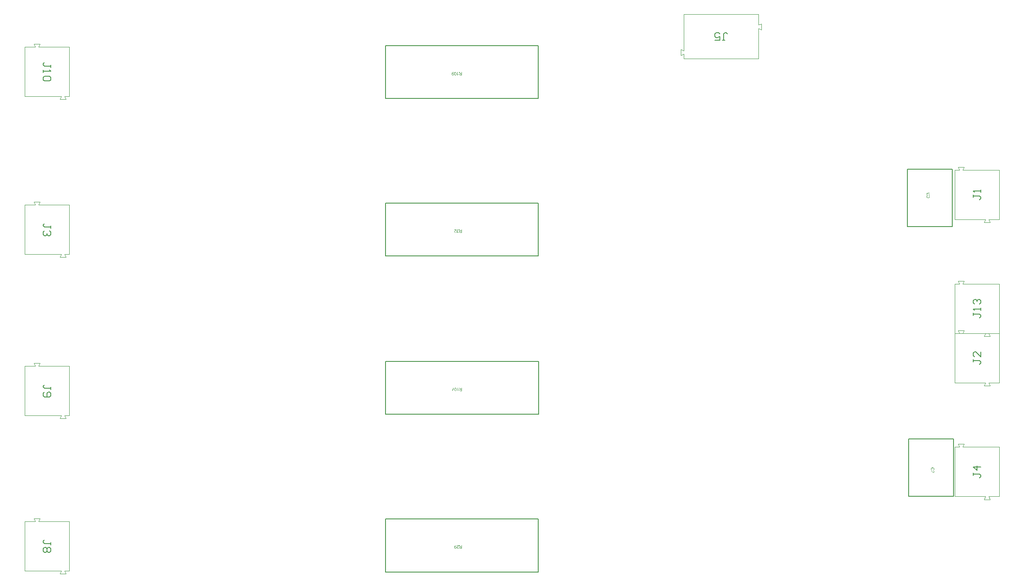
<source format=gbr>
%TF.GenerationSoftware,Altium Limited,Altium Designer,21.6.4 (81)*%
G04 Layer_Color=8388736*
%FSLAX43Y43*%
%MOMM*%
%TF.SameCoordinates,5D8205C6-A8A5-4108-8313-488A8EE5113E*%
%TF.FilePolarity,Positive*%
%TF.FileFunction,Other,Top_Assembly*%
%TF.Part,Single*%
G01*
G75*
%TA.AperFunction,NonConductor*%
%ADD82C,0.200*%
%ADD83C,0.150*%
%ADD117C,0.100*%
G36*
X117135Y157021D02*
X117142Y157020D01*
X117148Y157020D01*
X117157Y157019D01*
X117166Y157017D01*
X117185Y157012D01*
X117206Y157005D01*
X117216Y157000D01*
X117226Y156994D01*
X117236Y156988D01*
X117245Y156980D01*
X117246Y156980D01*
X117247Y156979D01*
X117249Y156976D01*
X117252Y156973D01*
X117257Y156969D01*
X117261Y156963D01*
X117265Y156957D01*
X117270Y156950D01*
X117275Y156942D01*
X117280Y156934D01*
X117284Y156924D01*
X117289Y156913D01*
X117293Y156902D01*
X117297Y156890D01*
X117299Y156877D01*
X117302Y156863D01*
X117226Y156857D01*
Y156858D01*
X117225Y156860D01*
Y156862D01*
X117224Y156865D01*
X117222Y156875D01*
X117217Y156886D01*
X117213Y156900D01*
X117207Y156912D01*
X117199Y156924D01*
X117190Y156934D01*
X117188Y156935D01*
X117185Y156937D01*
X117179Y156941D01*
X117171Y156945D01*
X117161Y156950D01*
X117149Y156954D01*
X117135Y156956D01*
X117120Y156957D01*
X117114D01*
X117107Y156956D01*
X117098Y156955D01*
X117089Y156953D01*
X117078Y156950D01*
X117067Y156946D01*
X117057Y156941D01*
X117056Y156940D01*
X117052Y156938D01*
X117047Y156935D01*
X117041Y156930D01*
X117033Y156923D01*
X117026Y156915D01*
X117018Y156907D01*
X117012Y156897D01*
X117011Y156895D01*
X117008Y156892D01*
X117006Y156885D01*
X117002Y156877D01*
X116997Y156866D01*
X116992Y156854D01*
X116987Y156839D01*
X116983Y156822D01*
Y156821D01*
X116982Y156820D01*
Y156817D01*
X116981Y156814D01*
X116980Y156810D01*
X116979Y156805D01*
X116977Y156792D01*
X116974Y156778D01*
X116973Y156761D01*
X116972Y156744D01*
X116971Y156725D01*
Y156725D01*
Y156721D01*
Y156716D01*
Y156710D01*
X116972Y156711D01*
X116975Y156715D01*
X116981Y156723D01*
X116988Y156731D01*
X116998Y156741D01*
X117008Y156751D01*
X117022Y156761D01*
X117036Y156770D01*
X117037D01*
X117037Y156771D01*
X117040Y156773D01*
X117043Y156774D01*
X117051Y156778D01*
X117062Y156782D01*
X117075Y156786D01*
X117090Y156790D01*
X117107Y156793D01*
X117124Y156794D01*
X117132D01*
X117137Y156793D01*
X117144Y156792D01*
X117152Y156790D01*
X117161Y156789D01*
X117171Y156786D01*
X117181Y156784D01*
X117192Y156780D01*
X117202Y156775D01*
X117214Y156770D01*
X117226Y156763D01*
X117237Y156755D01*
X117247Y156746D01*
X117258Y156736D01*
X117259Y156735D01*
X117261Y156734D01*
X117263Y156730D01*
X117267Y156725D01*
X117271Y156720D01*
X117276Y156713D01*
X117281Y156705D01*
X117286Y156695D01*
X117291Y156685D01*
X117296Y156674D01*
X117301Y156661D01*
X117305Y156648D01*
X117308Y156634D01*
X117311Y156618D01*
X117312Y156602D01*
X117313Y156585D01*
Y156584D01*
Y156580D01*
Y156575D01*
X117312Y156569D01*
X117312Y156560D01*
X117310Y156550D01*
X117308Y156540D01*
X117306Y156529D01*
X117299Y156504D01*
X117295Y156490D01*
X117289Y156477D01*
X117282Y156465D01*
X117275Y156451D01*
X117267Y156440D01*
X117257Y156428D01*
X117256Y156427D01*
X117254Y156426D01*
X117251Y156422D01*
X117247Y156419D01*
X117241Y156414D01*
X117234Y156409D01*
X117226Y156404D01*
X117217Y156398D01*
X117207Y156392D01*
X117196Y156387D01*
X117184Y156382D01*
X117172Y156377D01*
X117158Y156374D01*
X117143Y156371D01*
X117128Y156369D01*
X117112Y156368D01*
X117107D01*
X117102Y156369D01*
X117097D01*
X117090Y156370D01*
X117075Y156372D01*
X117057Y156376D01*
X117038Y156382D01*
X117018Y156391D01*
X116998Y156402D01*
X116998D01*
X116996Y156404D01*
X116993Y156406D01*
X116990Y156408D01*
X116981Y156416D01*
X116969Y156426D01*
X116957Y156440D01*
X116943Y156456D01*
X116931Y156475D01*
X116920Y156498D01*
Y156499D01*
X116919Y156500D01*
X116918Y156505D01*
X116916Y156510D01*
X116913Y156516D01*
X116912Y156524D01*
X116909Y156533D01*
X116906Y156544D01*
X116903Y156556D01*
X116901Y156570D01*
X116899Y156584D01*
X116897Y156600D01*
X116895Y156618D01*
X116893Y156636D01*
X116893Y156656D01*
Y156678D01*
Y156680D01*
Y156683D01*
Y156690D01*
Y156698D01*
X116893Y156709D01*
X116894Y156720D01*
X116895Y156734D01*
X116896Y156749D01*
X116898Y156764D01*
X116899Y156780D01*
X116903Y156813D01*
X116910Y156845D01*
X116914Y156860D01*
X116919Y156874D01*
Y156875D01*
X116920Y156877D01*
X116922Y156880D01*
X116924Y156885D01*
X116927Y156892D01*
X116930Y156899D01*
X116939Y156915D01*
X116950Y156933D01*
X116964Y156951D01*
X116980Y156969D01*
X116999Y156985D01*
X117000D01*
X117002Y156986D01*
X117004Y156988D01*
X117008Y156990D01*
X117013Y156993D01*
X117019Y156996D01*
X117027Y157000D01*
X117034Y157003D01*
X117052Y157010D01*
X117073Y157016D01*
X117097Y157020D01*
X117109Y157021D01*
X117122Y157022D01*
X117130D01*
X117135Y157021D01*
D02*
G37*
G36*
X118922Y156371D02*
X118624D01*
X118616Y156371D01*
X118609D01*
X118600Y156372D01*
X118590Y156373D01*
X118569Y156375D01*
X118547Y156378D01*
X118526Y156382D01*
X118516Y156385D01*
X118508Y156388D01*
X118507D01*
X118506Y156389D01*
X118504Y156390D01*
X118500Y156391D01*
X118492Y156396D01*
X118482Y156402D01*
X118470Y156411D01*
X118459Y156421D01*
X118447Y156435D01*
X118436Y156450D01*
Y156450D01*
X118435Y156451D01*
X118434Y156454D01*
X118432Y156457D01*
X118428Y156466D01*
X118423Y156478D01*
X118418Y156492D01*
X118414Y156509D01*
X118410Y156527D01*
X118410Y156546D01*
Y156547D01*
Y156550D01*
Y156553D01*
X118410Y156558D01*
X118411Y156564D01*
X118412Y156570D01*
X118415Y156586D01*
X118420Y156605D01*
X118428Y156624D01*
X118433Y156633D01*
X118439Y156643D01*
X118446Y156652D01*
X118454Y156661D01*
X118455Y156662D01*
X118455Y156663D01*
X118459Y156665D01*
X118462Y156669D01*
X118467Y156672D01*
X118473Y156676D01*
X118480Y156681D01*
X118487Y156686D01*
X118496Y156691D01*
X118506Y156696D01*
X118518Y156701D01*
X118530Y156706D01*
X118544Y156710D01*
X118558Y156715D01*
X118574Y156718D01*
X118590Y156720D01*
X118589Y156721D01*
X118585Y156723D01*
X118579Y156726D01*
X118571Y156730D01*
X118555Y156741D01*
X118547Y156747D01*
X118540Y156753D01*
X118539D01*
X118538Y156755D01*
X118533Y156759D01*
X118526Y156766D01*
X118516Y156776D01*
X118505Y156788D01*
X118494Y156803D01*
X118481Y156820D01*
X118469Y156838D01*
X118358Y157011D01*
X118465D01*
X118549Y156879D01*
Y156878D01*
X118550Y156876D01*
X118552Y156873D01*
X118555Y156870D01*
X118558Y156865D01*
X118562Y156859D01*
X118570Y156846D01*
X118580Y156832D01*
X118590Y156818D01*
X118600Y156804D01*
X118610Y156791D01*
X118611Y156790D01*
X118615Y156786D01*
X118619Y156780D01*
X118625Y156775D01*
X118631Y156767D01*
X118639Y156760D01*
X118646Y156754D01*
X118654Y156748D01*
X118655Y156747D01*
X118657Y156746D01*
X118660Y156744D01*
X118665Y156741D01*
X118671Y156738D01*
X118678Y156735D01*
X118692Y156730D01*
X118693D01*
X118695Y156730D01*
X118698D01*
X118703Y156729D01*
X118710Y156728D01*
X118718D01*
X118727Y156727D01*
X118837D01*
Y157011D01*
X118922D01*
Y156371D01*
D02*
G37*
G36*
X118091Y156510D02*
X118092Y156511D01*
X118096Y156515D01*
X118102Y156520D01*
X118111Y156527D01*
X118121Y156535D01*
X118135Y156545D01*
X118149Y156555D01*
X118166Y156565D01*
X118166D01*
X118167Y156565D01*
X118170Y156567D01*
X118173Y156569D01*
X118182Y156574D01*
X118193Y156580D01*
X118206Y156586D01*
X118220Y156593D01*
X118234Y156600D01*
X118248Y156605D01*
Y156529D01*
X118247D01*
X118245Y156527D01*
X118241Y156525D01*
X118237Y156523D01*
X118231Y156520D01*
X118225Y156516D01*
X118209Y156508D01*
X118191Y156497D01*
X118171Y156484D01*
X118152Y156470D01*
X118133Y156454D01*
X118132Y156453D01*
X118131Y156452D01*
X118128Y156450D01*
X118125Y156446D01*
X118116Y156438D01*
X118106Y156426D01*
X118095Y156414D01*
X118083Y156399D01*
X118072Y156384D01*
X118063Y156368D01*
X118012D01*
Y157011D01*
X118091D01*
Y156510D01*
D02*
G37*
G36*
X117612Y157021D02*
X117617D01*
X117626Y157020D01*
X117634Y157019D01*
X117644Y157016D01*
X117655Y157014D01*
X117666Y157010D01*
X117678Y157006D01*
X117691Y157000D01*
X117703Y156995D01*
X117715Y156987D01*
X117726Y156978D01*
X117737Y156968D01*
X117748Y156956D01*
X117749Y156955D01*
X117751Y156952D01*
X117754Y156948D01*
X117758Y156941D01*
X117762Y156932D01*
X117768Y156921D01*
X117773Y156909D01*
X117779Y156894D01*
X117785Y156876D01*
X117791Y156857D01*
X117796Y156836D01*
X117801Y156812D01*
X117805Y156786D01*
X117808Y156759D01*
X117810Y156728D01*
X117811Y156695D01*
Y156694D01*
Y156690D01*
Y156685D01*
Y156676D01*
X117810Y156667D01*
X117809Y156656D01*
Y156644D01*
X117807Y156630D01*
X117805Y156601D01*
X117801Y156570D01*
X117795Y156540D01*
X117791Y156526D01*
X117787Y156513D01*
Y156512D01*
X117786Y156510D01*
X117785Y156506D01*
X117783Y156501D01*
X117781Y156495D01*
X117777Y156489D01*
X117770Y156473D01*
X117760Y156456D01*
X117748Y156438D01*
X117734Y156421D01*
X117718Y156406D01*
X117717Y156405D01*
X117716Y156404D01*
X117713Y156402D01*
X117710Y156400D01*
X117706Y156397D01*
X117700Y156394D01*
X117694Y156391D01*
X117687Y156386D01*
X117670Y156380D01*
X117650Y156374D01*
X117627Y156370D01*
X117615Y156368D01*
X117594D01*
X117589Y156369D01*
X117584D01*
X117572Y156371D01*
X117557Y156373D01*
X117542Y156377D01*
X117527Y156382D01*
X117512Y156389D01*
X117511D01*
X117510Y156390D01*
X117505Y156393D01*
X117498Y156397D01*
X117489Y156404D01*
X117479Y156413D01*
X117468Y156423D01*
X117457Y156435D01*
X117447Y156449D01*
Y156450D01*
X117447Y156450D01*
X117445Y156453D01*
X117443Y156455D01*
X117439Y156464D01*
X117433Y156475D01*
X117427Y156490D01*
X117420Y156505D01*
X117414Y156525D01*
X117408Y156545D01*
Y156545D01*
X117407Y156547D01*
X117407Y156550D01*
X117406Y156555D01*
X117405Y156560D01*
X117403Y156567D01*
X117402Y156575D01*
X117401Y156585D01*
X117399Y156595D01*
X117398Y156606D01*
X117397Y156618D01*
X117396Y156632D01*
X117395Y156646D01*
X117394Y156661D01*
X117393Y156678D01*
Y156695D01*
Y156697D01*
Y156700D01*
Y156706D01*
Y156715D01*
X117394Y156724D01*
Y156735D01*
X117395Y156747D01*
X117396Y156760D01*
X117399Y156790D01*
X117403Y156820D01*
X117409Y156850D01*
X117412Y156865D01*
X117417Y156878D01*
Y156879D01*
X117417Y156881D01*
X117419Y156885D01*
X117421Y156890D01*
X117423Y156895D01*
X117427Y156902D01*
X117434Y156917D01*
X117444Y156935D01*
X117456Y156952D01*
X117470Y156970D01*
X117487Y156985D01*
X117487D01*
X117488Y156986D01*
X117492Y156988D01*
X117495Y156990D01*
X117499Y156993D01*
X117505Y156996D01*
X117511Y157000D01*
X117518Y157003D01*
X117535Y157010D01*
X117555Y157016D01*
X117577Y157020D01*
X117590Y157021D01*
X117602Y157022D01*
X117607D01*
X117612Y157021D01*
D02*
G37*
G36*
X213966Y77082D02*
X213976D01*
X213986Y77081D01*
X213996Y77080D01*
X214009Y77078D01*
X214022Y77076D01*
X214036Y77074D01*
X214066Y77067D01*
X214095Y77058D01*
X214110Y77052D01*
X214124Y77046D01*
X214125Y77045D01*
X214127Y77044D01*
X214131Y77041D01*
X214136Y77038D01*
X214142Y77035D01*
X214150Y77030D01*
X214157Y77024D01*
X214166Y77017D01*
X214185Y77002D01*
X214203Y76983D01*
X214221Y76961D01*
X214230Y76949D01*
X214237Y76936D01*
X214238Y76936D01*
X214239Y76933D01*
X214240Y76929D01*
X214243Y76924D01*
X214246Y76917D01*
X214250Y76910D01*
X214253Y76901D01*
X214257Y76891D01*
X214260Y76879D01*
X214264Y76867D01*
X214270Y76841D01*
X214275Y76811D01*
X214276Y76796D01*
Y76771D01*
X214275Y76765D01*
X214275Y76756D01*
X214274Y76746D01*
X214272Y76736D01*
X214270Y76724D01*
X214265Y76699D01*
X214260Y76686D01*
X214255Y76671D01*
X214250Y76658D01*
X214244Y76645D01*
X214235Y76631D01*
X214227Y76619D01*
X214226Y76618D01*
X214225Y76616D01*
X214222Y76612D01*
X214218Y76608D01*
X214213Y76603D01*
X214207Y76596D01*
X214200Y76590D01*
X214191Y76582D01*
X214182Y76575D01*
X214172Y76567D01*
X214161Y76560D01*
X214149Y76552D01*
X214136Y76545D01*
X214121Y76538D01*
X214106Y76531D01*
X214090Y76526D01*
X214070Y76610D01*
X214071D01*
X214073Y76611D01*
X214076Y76612D01*
X214081Y76614D01*
X214087Y76616D01*
X214094Y76619D01*
X214109Y76626D01*
X214126Y76636D01*
X214142Y76646D01*
X214158Y76660D01*
X214165Y76667D01*
X214171Y76675D01*
Y76676D01*
X214173Y76676D01*
X214175Y76679D01*
X214176Y76682D01*
X214179Y76686D01*
X214181Y76691D01*
X214188Y76704D01*
X214194Y76720D01*
X214199Y76738D01*
X214202Y76759D01*
X214204Y76782D01*
Y76790D01*
X214203Y76795D01*
Y76801D01*
X214202Y76808D01*
X214201Y76816D01*
X214200Y76826D01*
X214196Y76845D01*
X214189Y76866D01*
X214180Y76886D01*
X214175Y76896D01*
X214168Y76906D01*
Y76907D01*
X214166Y76909D01*
X214165Y76911D01*
X214161Y76915D01*
X214154Y76923D01*
X214143Y76933D01*
X214130Y76945D01*
X214113Y76956D01*
X214095Y76967D01*
X214073Y76976D01*
X214072D01*
X214071Y76976D01*
X214067Y76977D01*
X214063Y76979D01*
X214057Y76981D01*
X214051Y76982D01*
X214043Y76984D01*
X214036Y76986D01*
X214016Y76989D01*
X213996Y76992D01*
X213973Y76995D01*
X213950Y76996D01*
X213949D01*
X213946D01*
X213942D01*
X213936D01*
X213929Y76995D01*
X213921Y76994D01*
X213911D01*
X213901Y76992D01*
X213879Y76990D01*
X213856Y76986D01*
X213831Y76980D01*
X213807Y76972D01*
X213806D01*
X213805Y76971D01*
X213801Y76970D01*
X213797Y76967D01*
X213792Y76965D01*
X213786Y76962D01*
X213773Y76954D01*
X213758Y76943D01*
X213743Y76931D01*
X213729Y76916D01*
X213716Y76898D01*
Y76897D01*
X213715Y76896D01*
X213714Y76893D01*
X213711Y76889D01*
X213710Y76885D01*
X213707Y76879D01*
X213701Y76866D01*
X213696Y76849D01*
X213691Y76831D01*
X213688Y76811D01*
X213686Y76789D01*
Y76782D01*
X213687Y76777D01*
X213688Y76771D01*
X213689Y76764D01*
X213690Y76756D01*
X213691Y76747D01*
X213696Y76728D01*
X213704Y76708D01*
X213708Y76697D01*
X213714Y76687D01*
X213720Y76677D01*
X213727Y76668D01*
X213728Y76667D01*
X213729Y76666D01*
X213731Y76663D01*
X213735Y76660D01*
X213739Y76656D01*
X213745Y76651D01*
X213751Y76646D01*
X213758Y76641D01*
X213766Y76636D01*
X213775Y76630D01*
X213785Y76625D01*
X213796Y76619D01*
X213808Y76614D01*
X213821Y76609D01*
X213834Y76605D01*
X213849Y76601D01*
X213827Y76516D01*
X213826D01*
X213823Y76517D01*
X213817Y76519D01*
X213810Y76521D01*
X213801Y76524D01*
X213791Y76528D01*
X213781Y76532D01*
X213768Y76538D01*
X213756Y76544D01*
X213742Y76551D01*
X213730Y76559D01*
X213716Y76568D01*
X213703Y76577D01*
X213691Y76588D01*
X213679Y76600D01*
X213668Y76612D01*
X213667Y76613D01*
X213666Y76616D01*
X213663Y76619D01*
X213660Y76625D01*
X213656Y76631D01*
X213651Y76640D01*
X213646Y76649D01*
X213641Y76659D01*
X213636Y76671D01*
X213631Y76684D01*
X213626Y76698D01*
X213622Y76713D01*
X213619Y76729D01*
X213616Y76746D01*
X213615Y76763D01*
X213614Y76781D01*
Y76791D01*
X213615Y76799D01*
X213616Y76807D01*
X213616Y76818D01*
X213617Y76829D01*
X213619Y76841D01*
X213624Y76868D01*
X213631Y76896D01*
X213636Y76911D01*
X213642Y76925D01*
X213648Y76938D01*
X213656Y76951D01*
X213656Y76951D01*
X213657Y76953D01*
X213660Y76956D01*
X213664Y76961D01*
X213668Y76966D01*
X213673Y76973D01*
X213680Y76980D01*
X213687Y76987D01*
X213695Y76996D01*
X213704Y77003D01*
X213714Y77011D01*
X213726Y77020D01*
X213737Y77028D01*
X213750Y77036D01*
X213764Y77043D01*
X213778Y77050D01*
X213779D01*
X213781Y77051D01*
X213786Y77053D01*
X213792Y77055D01*
X213800Y77057D01*
X213808Y77061D01*
X213818Y77063D01*
X213830Y77066D01*
X213842Y77070D01*
X213856Y77072D01*
X213870Y77076D01*
X213884Y77078D01*
X213916Y77081D01*
X213950Y77083D01*
X213951D01*
X213954D01*
X213960D01*
X213966Y77082D01*
D02*
G37*
G36*
X213642Y76454D02*
X213651Y76453D01*
X213660Y76451D01*
X213669Y76449D01*
X213679Y76446D01*
X213680D01*
X213681Y76445D01*
X213683Y76444D01*
X213686Y76442D01*
X213695Y76439D01*
X213706Y76433D01*
X213719Y76426D01*
X213733Y76417D01*
X213748Y76407D01*
X213764Y76394D01*
X213765Y76393D01*
X213766Y76392D01*
X213768Y76390D01*
X213771Y76387D01*
X213781Y76379D01*
X213792Y76367D01*
X213806Y76353D01*
X213823Y76336D01*
X213841Y76315D01*
X213861Y76291D01*
X213862Y76290D01*
X213866Y76287D01*
X213870Y76281D01*
X213876Y76274D01*
X213883Y76266D01*
X213891Y76256D01*
X213901Y76245D01*
X213911Y76234D01*
X213932Y76211D01*
X213955Y76187D01*
X213966Y76177D01*
X213977Y76167D01*
X213987Y76157D01*
X213997Y76150D01*
X213998Y76149D01*
X214000Y76148D01*
X214002Y76147D01*
X214006Y76144D01*
X214011Y76142D01*
X214016Y76138D01*
X214028Y76131D01*
X214042Y76124D01*
X214058Y76118D01*
X214076Y76114D01*
X214084Y76112D01*
X214092D01*
X214093D01*
X214095D01*
X214096D01*
X214100Y76113D01*
X214109Y76114D01*
X214120Y76117D01*
X214132Y76121D01*
X214145Y76127D01*
X214158Y76135D01*
X214171Y76147D01*
X214172Y76148D01*
X214176Y76152D01*
X214181Y76160D01*
X214187Y76170D01*
X214193Y76182D01*
X214198Y76197D01*
X214201Y76215D01*
X214203Y76234D01*
Y76240D01*
X214202Y76243D01*
Y76248D01*
X214201Y76254D01*
X214199Y76267D01*
X214195Y76281D01*
X214189Y76297D01*
X214181Y76312D01*
X214169Y76325D01*
X214167Y76327D01*
X214163Y76330D01*
X214155Y76336D01*
X214145Y76342D01*
X214131Y76348D01*
X214115Y76354D01*
X214096Y76357D01*
X214075Y76359D01*
X214083Y76440D01*
X214084D01*
X214087Y76439D01*
X214091D01*
X214098Y76438D01*
X214106Y76437D01*
X214114Y76435D01*
X214124Y76432D01*
X214134Y76429D01*
X214156Y76422D01*
X214168Y76417D01*
X214179Y76411D01*
X214191Y76404D01*
X214201Y76397D01*
X214211Y76388D01*
X214221Y76378D01*
X214221Y76377D01*
X214222Y76376D01*
X214225Y76372D01*
X214228Y76368D01*
X214231Y76362D01*
X214235Y76356D01*
X214240Y76348D01*
X214245Y76339D01*
X214249Y76329D01*
X214253Y76318D01*
X214257Y76307D01*
X214260Y76293D01*
X214264Y76280D01*
X214266Y76265D01*
X214267Y76249D01*
X214268Y76232D01*
Y76223D01*
X214267Y76217D01*
X214266Y76209D01*
X214265Y76200D01*
X214264Y76190D01*
X214261Y76179D01*
X214255Y76156D01*
X214251Y76144D01*
X214246Y76132D01*
X214240Y76119D01*
X214233Y76107D01*
X214225Y76097D01*
X214216Y76086D01*
X214215Y76085D01*
X214214Y76083D01*
X214211Y76081D01*
X214207Y76077D01*
X214202Y76073D01*
X214196Y76068D01*
X214190Y76064D01*
X214181Y76058D01*
X214173Y76053D01*
X214163Y76049D01*
X214141Y76040D01*
X214130Y76037D01*
X214117Y76034D01*
X214104Y76032D01*
X214090Y76032D01*
X214088D01*
X214083D01*
X214076Y76032D01*
X214066Y76033D01*
X214055Y76036D01*
X214041Y76038D01*
X214028Y76042D01*
X214014Y76047D01*
X214012Y76048D01*
X214007Y76051D01*
X214000Y76054D01*
X213991Y76060D01*
X213979Y76067D01*
X213966Y76077D01*
X213951Y76087D01*
X213936Y76100D01*
X213935D01*
X213934Y76102D01*
X213931Y76104D01*
X213928Y76107D01*
X213924Y76111D01*
X213919Y76116D01*
X213913Y76122D01*
X213906Y76129D01*
X213899Y76137D01*
X213891Y76146D01*
X213881Y76156D01*
X213871Y76167D01*
X213860Y76179D01*
X213849Y76192D01*
X213836Y76207D01*
X213823Y76222D01*
X213822Y76222D01*
X213821Y76225D01*
X213817Y76228D01*
X213814Y76233D01*
X213809Y76238D01*
X213803Y76245D01*
X213791Y76259D01*
X213777Y76275D01*
X213764Y76290D01*
X213758Y76297D01*
X213752Y76302D01*
X213746Y76308D01*
X213742Y76312D01*
X213741Y76313D01*
X213739Y76316D01*
X213735Y76319D01*
X213729Y76324D01*
X213723Y76329D01*
X213716Y76335D01*
X213701Y76346D01*
Y76031D01*
X213625D01*
Y76455D01*
X213626D01*
X213630D01*
X213635D01*
X213642Y76454D01*
D02*
G37*
G36*
X213174Y132630D02*
X213182Y132629D01*
X213190Y132628D01*
X213199Y132626D01*
X213209Y132623D01*
X213220Y132620D01*
X213232Y132616D01*
X213243Y132611D01*
X213256Y132605D01*
X213268Y132598D01*
X213280Y132589D01*
X213292Y132580D01*
X213303Y132569D01*
X213303Y132568D01*
X213305Y132567D01*
X213308Y132563D01*
X213312Y132558D01*
X213316Y132553D01*
X213321Y132545D01*
X213326Y132537D01*
X213331Y132528D01*
X213337Y132517D01*
X213342Y132505D01*
X213347Y132493D01*
X213351Y132478D01*
X213355Y132464D01*
X213358Y132448D01*
X213359Y132433D01*
X213360Y132415D01*
Y132407D01*
X213359Y132401D01*
X213358Y132394D01*
X213358Y132386D01*
X213356Y132376D01*
X213353Y132366D01*
X213348Y132344D01*
X213343Y132333D01*
X213339Y132321D01*
X213333Y132308D01*
X213327Y132297D01*
X213319Y132286D01*
X213310Y132275D01*
X213309Y132274D01*
X213308Y132273D01*
X213305Y132270D01*
X213301Y132266D01*
X213296Y132262D01*
X213290Y132257D01*
X213283Y132252D01*
X213275Y132246D01*
X213266Y132241D01*
X213256Y132235D01*
X213245Y132230D01*
X213233Y132225D01*
X213221Y132220D01*
X213208Y132217D01*
X213194Y132213D01*
X213179Y132212D01*
X213168Y132290D01*
X213169D01*
X213172Y132291D01*
X213175Y132292D01*
X213179Y132293D01*
X213185Y132294D01*
X213191Y132296D01*
X213206Y132301D01*
X213222Y132307D01*
X213238Y132315D01*
X213253Y132324D01*
X213260Y132329D01*
X213266Y132335D01*
X213267Y132337D01*
X213270Y132341D01*
X213275Y132348D01*
X213280Y132358D01*
X213286Y132369D01*
X213290Y132383D01*
X213293Y132398D01*
X213295Y132415D01*
Y132421D01*
X213294Y132424D01*
Y132429D01*
X213293Y132435D01*
X213290Y132448D01*
X213286Y132463D01*
X213279Y132478D01*
X213269Y132494D01*
X213263Y132502D01*
X213257Y132509D01*
X213256Y132510D01*
X213255Y132511D01*
X213253Y132513D01*
X213250Y132515D01*
X213242Y132522D01*
X213230Y132528D01*
X213217Y132535D01*
X213200Y132542D01*
X213182Y132546D01*
X213172Y132548D01*
X213162D01*
X213161D01*
X213159D01*
X213157D01*
X213153Y132547D01*
X213148D01*
X213143Y132546D01*
X213130Y132543D01*
X213116Y132539D01*
X213101Y132533D01*
X213087Y132523D01*
X213079Y132518D01*
X213073Y132512D01*
X213071Y132510D01*
X213067Y132505D01*
X213062Y132498D01*
X213055Y132488D01*
X213048Y132474D01*
X213043Y132459D01*
X213039Y132442D01*
X213038Y132422D01*
Y132413D01*
X213038Y132407D01*
X213039Y132398D01*
X213041Y132388D01*
X213043Y132378D01*
X213046Y132366D01*
X212977Y132375D01*
Y132377D01*
X212978Y132379D01*
X212978Y132383D01*
Y132393D01*
X212978Y132396D01*
X212977Y132406D01*
X212975Y132418D01*
X212972Y132432D01*
X212968Y132447D01*
X212961Y132463D01*
X212953Y132478D01*
Y132478D01*
X212951Y132479D01*
X212948Y132484D01*
X212941Y132491D01*
X212933Y132498D01*
X212921Y132506D01*
X212907Y132512D01*
X212890Y132517D01*
X212881Y132518D01*
X212871Y132518D01*
X212870D01*
X212869D01*
X212863Y132518D01*
X212856Y132517D01*
X212846Y132515D01*
X212835Y132511D01*
X212823Y132506D01*
X212811Y132498D01*
X212800Y132488D01*
X212798Y132487D01*
X212795Y132483D01*
X212791Y132477D01*
X212785Y132468D01*
X212780Y132458D01*
X212775Y132444D01*
X212772Y132430D01*
X212771Y132413D01*
Y132409D01*
X212772Y132406D01*
X212773Y132397D01*
X212774Y132386D01*
X212778Y132374D01*
X212783Y132361D01*
X212790Y132348D01*
X212800Y132336D01*
X212802Y132334D01*
X212805Y132331D01*
X212812Y132326D01*
X212822Y132320D01*
X212833Y132313D01*
X212848Y132307D01*
X212866Y132302D01*
X212886Y132298D01*
X212872Y132219D01*
X212871D01*
X212868Y132220D01*
X212864Y132221D01*
X212858Y132223D01*
X212853Y132224D01*
X212844Y132227D01*
X212836Y132229D01*
X212827Y132233D01*
X212808Y132242D01*
X212788Y132253D01*
X212768Y132267D01*
X212758Y132275D01*
X212750Y132284D01*
X212749Y132285D01*
X212749Y132287D01*
X212746Y132289D01*
X212743Y132293D01*
X212740Y132298D01*
X212736Y132304D01*
X212732Y132312D01*
X212728Y132319D01*
X212724Y132328D01*
X212720Y132338D01*
X212713Y132359D01*
X212708Y132384D01*
X212707Y132398D01*
X212706Y132412D01*
Y132421D01*
X212707Y132425D01*
Y132431D01*
X212709Y132443D01*
X212712Y132458D01*
X212715Y132474D01*
X212721Y132491D01*
X212729Y132508D01*
Y132508D01*
X212729Y132509D01*
X212731Y132512D01*
X212733Y132515D01*
X212738Y132523D01*
X212744Y132533D01*
X212753Y132543D01*
X212764Y132555D01*
X212776Y132566D01*
X212790Y132575D01*
X212791D01*
X212792Y132576D01*
X212797Y132579D01*
X212805Y132583D01*
X212815Y132588D01*
X212828Y132592D01*
X212842Y132596D01*
X212857Y132598D01*
X212873Y132599D01*
X212873D01*
X212874D01*
X212879D01*
X212888Y132598D01*
X212898Y132597D01*
X212909Y132593D01*
X212922Y132590D01*
X212935Y132584D01*
X212948Y132577D01*
X212950Y132576D01*
X212954Y132573D01*
X212960Y132568D01*
X212968Y132560D01*
X212977Y132551D01*
X212986Y132539D01*
X212994Y132526D01*
X213003Y132511D01*
Y132512D01*
X213003Y132513D01*
X213004Y132517D01*
X213005Y132520D01*
X213007Y132525D01*
X213009Y132531D01*
X213014Y132543D01*
X213022Y132558D01*
X213032Y132572D01*
X213043Y132587D01*
X213058Y132599D01*
X213058D01*
X213059Y132601D01*
X213062Y132603D01*
X213065Y132604D01*
X213069Y132607D01*
X213073Y132609D01*
X213086Y132615D01*
X213101Y132621D01*
X213118Y132626D01*
X213138Y132629D01*
X213160Y132631D01*
X213161D01*
X213163D01*
X213168D01*
X213174Y132630D01*
D02*
G37*
G36*
X213151Y132138D02*
X213157Y132136D01*
X213164Y132134D01*
X213173Y132131D01*
X213183Y132127D01*
X213193Y132123D01*
X213206Y132117D01*
X213218Y132111D01*
X213232Y132104D01*
X213244Y132096D01*
X213258Y132087D01*
X213271Y132078D01*
X213283Y132067D01*
X213295Y132055D01*
X213306Y132043D01*
X213307Y132042D01*
X213308Y132039D01*
X213311Y132036D01*
X213314Y132030D01*
X213318Y132024D01*
X213323Y132015D01*
X213328Y132006D01*
X213333Y131996D01*
X213338Y131984D01*
X213343Y131971D01*
X213348Y131957D01*
X213352Y131942D01*
X213355Y131926D01*
X213358Y131909D01*
X213359Y131892D01*
X213360Y131874D01*
Y131864D01*
X213359Y131856D01*
X213358Y131848D01*
X213358Y131837D01*
X213357Y131826D01*
X213355Y131814D01*
X213350Y131787D01*
X213343Y131759D01*
X213338Y131744D01*
X213332Y131730D01*
X213326Y131717D01*
X213318Y131704D01*
X213318Y131704D01*
X213317Y131702D01*
X213314Y131699D01*
X213310Y131694D01*
X213306Y131689D01*
X213301Y131682D01*
X213294Y131675D01*
X213287Y131668D01*
X213279Y131659D01*
X213270Y131652D01*
X213260Y131644D01*
X213248Y131635D01*
X213237Y131627D01*
X213224Y131619D01*
X213210Y131612D01*
X213196Y131605D01*
X213195D01*
X213193Y131604D01*
X213188Y131602D01*
X213182Y131600D01*
X213174Y131598D01*
X213166Y131594D01*
X213156Y131592D01*
X213144Y131589D01*
X213132Y131585D01*
X213118Y131583D01*
X213104Y131579D01*
X213090Y131577D01*
X213058Y131574D01*
X213024Y131572D01*
X213023D01*
X213020D01*
X213014D01*
X213008Y131573D01*
X212998D01*
X212988Y131574D01*
X212978Y131575D01*
X212965Y131577D01*
X212952Y131579D01*
X212938Y131581D01*
X212908Y131588D01*
X212879Y131597D01*
X212864Y131603D01*
X212850Y131609D01*
X212849Y131610D01*
X212847Y131611D01*
X212843Y131614D01*
X212838Y131617D01*
X212832Y131620D01*
X212824Y131625D01*
X212817Y131631D01*
X212808Y131638D01*
X212789Y131653D01*
X212771Y131672D01*
X212753Y131694D01*
X212744Y131706D01*
X212737Y131719D01*
X212736Y131719D01*
X212735Y131722D01*
X212734Y131726D01*
X212731Y131731D01*
X212728Y131738D01*
X212724Y131745D01*
X212721Y131754D01*
X212717Y131764D01*
X212714Y131776D01*
X212710Y131788D01*
X212704Y131814D01*
X212699Y131844D01*
X212698Y131859D01*
Y131884D01*
X212699Y131890D01*
X212699Y131899D01*
X212700Y131909D01*
X212702Y131919D01*
X212704Y131931D01*
X212709Y131956D01*
X212714Y131969D01*
X212719Y131984D01*
X212724Y131997D01*
X212730Y132010D01*
X212738Y132024D01*
X212747Y132036D01*
X212748Y132037D01*
X212749Y132039D01*
X212752Y132043D01*
X212756Y132047D01*
X212761Y132052D01*
X212767Y132059D01*
X212774Y132065D01*
X212783Y132073D01*
X212792Y132080D01*
X212802Y132088D01*
X212813Y132095D01*
X212825Y132103D01*
X212838Y132110D01*
X212853Y132117D01*
X212868Y132124D01*
X212884Y132129D01*
X212904Y132045D01*
X212903D01*
X212901Y132044D01*
X212898Y132043D01*
X212893Y132041D01*
X212887Y132039D01*
X212880Y132036D01*
X212865Y132029D01*
X212848Y132019D01*
X212832Y132009D01*
X212816Y131995D01*
X212809Y131988D01*
X212803Y131980D01*
Y131979D01*
X212801Y131979D01*
X212799Y131976D01*
X212798Y131973D01*
X212795Y131969D01*
X212793Y131964D01*
X212786Y131951D01*
X212780Y131935D01*
X212775Y131917D01*
X212772Y131896D01*
X212770Y131873D01*
Y131865D01*
X212771Y131860D01*
Y131854D01*
X212772Y131847D01*
X212773Y131839D01*
X212774Y131829D01*
X212778Y131810D01*
X212785Y131789D01*
X212794Y131769D01*
X212799Y131759D01*
X212806Y131749D01*
Y131748D01*
X212808Y131746D01*
X212809Y131744D01*
X212813Y131740D01*
X212820Y131732D01*
X212831Y131722D01*
X212844Y131710D01*
X212861Y131699D01*
X212879Y131688D01*
X212901Y131679D01*
X212902D01*
X212903Y131679D01*
X212907Y131678D01*
X212911Y131676D01*
X212917Y131674D01*
X212923Y131673D01*
X212931Y131671D01*
X212938Y131669D01*
X212958Y131666D01*
X212978Y131663D01*
X213001Y131660D01*
X213024Y131659D01*
X213025D01*
X213028D01*
X213032D01*
X213038D01*
X213045Y131660D01*
X213053Y131661D01*
X213063D01*
X213073Y131663D01*
X213095Y131665D01*
X213118Y131669D01*
X213143Y131675D01*
X213167Y131683D01*
X213168D01*
X213169Y131684D01*
X213173Y131685D01*
X213177Y131688D01*
X213182Y131690D01*
X213188Y131693D01*
X213201Y131701D01*
X213216Y131712D01*
X213231Y131724D01*
X213245Y131739D01*
X213258Y131757D01*
Y131758D01*
X213259Y131759D01*
X213260Y131762D01*
X213263Y131766D01*
X213264Y131770D01*
X213267Y131776D01*
X213273Y131789D01*
X213278Y131806D01*
X213283Y131824D01*
X213286Y131844D01*
X213288Y131866D01*
Y131873D01*
X213287Y131878D01*
X213286Y131884D01*
X213285Y131891D01*
X213284Y131899D01*
X213283Y131908D01*
X213278Y131927D01*
X213270Y131947D01*
X213266Y131958D01*
X213260Y131968D01*
X213254Y131978D01*
X213247Y131987D01*
X213246Y131988D01*
X213245Y131989D01*
X213243Y131992D01*
X213239Y131995D01*
X213235Y131999D01*
X213229Y132004D01*
X213223Y132009D01*
X213216Y132014D01*
X213208Y132019D01*
X213199Y132025D01*
X213189Y132030D01*
X213178Y132036D01*
X213166Y132041D01*
X213153Y132046D01*
X213140Y132050D01*
X213125Y132054D01*
X213147Y132139D01*
X213148D01*
X213151Y132138D01*
D02*
G37*
G36*
X118119Y125221D02*
X118126Y125220D01*
X118134Y125220D01*
X118144Y125218D01*
X118154Y125215D01*
X118176Y125210D01*
X118187Y125205D01*
X118199Y125201D01*
X118211Y125195D01*
X118223Y125189D01*
X118234Y125181D01*
X118245Y125172D01*
X118246Y125171D01*
X118247Y125170D01*
X118250Y125167D01*
X118254Y125163D01*
X118258Y125158D01*
X118263Y125152D01*
X118268Y125145D01*
X118274Y125137D01*
X118279Y125128D01*
X118285Y125118D01*
X118290Y125107D01*
X118295Y125095D01*
X118300Y125083D01*
X118303Y125070D01*
X118306Y125056D01*
X118308Y125041D01*
X118230Y125030D01*
Y125031D01*
X118229Y125034D01*
X118228Y125037D01*
X118227Y125041D01*
X118226Y125047D01*
X118224Y125053D01*
X118219Y125068D01*
X118213Y125084D01*
X118205Y125100D01*
X118196Y125115D01*
X118191Y125122D01*
X118185Y125128D01*
X118183Y125129D01*
X118179Y125132D01*
X118172Y125137D01*
X118162Y125142D01*
X118151Y125148D01*
X118137Y125152D01*
X118121Y125155D01*
X118105Y125157D01*
X118099D01*
X118096Y125156D01*
X118091D01*
X118085Y125155D01*
X118072Y125152D01*
X118057Y125148D01*
X118041Y125141D01*
X118026Y125131D01*
X118018Y125125D01*
X118011Y125119D01*
X118010Y125118D01*
X118009Y125117D01*
X118007Y125115D01*
X118005Y125112D01*
X117998Y125104D01*
X117991Y125092D01*
X117985Y125079D01*
X117978Y125062D01*
X117974Y125044D01*
X117972Y125034D01*
Y125024D01*
Y125023D01*
Y125021D01*
Y125019D01*
X117973Y125015D01*
Y125010D01*
X117974Y125005D01*
X117976Y124992D01*
X117981Y124978D01*
X117987Y124963D01*
X117996Y124949D01*
X118001Y124941D01*
X118008Y124935D01*
X118010Y124933D01*
X118015Y124929D01*
X118022Y124924D01*
X118032Y124917D01*
X118046Y124910D01*
X118061Y124905D01*
X118078Y124901D01*
X118098Y124900D01*
X118107D01*
X118113Y124900D01*
X118121Y124901D01*
X118131Y124903D01*
X118142Y124905D01*
X118154Y124908D01*
X118145Y124839D01*
X118143D01*
X118141Y124840D01*
X118136Y124840D01*
X118127D01*
X118124Y124840D01*
X118114Y124839D01*
X118102Y124837D01*
X118088Y124834D01*
X118073Y124830D01*
X118057Y124823D01*
X118042Y124815D01*
X118041D01*
X118041Y124813D01*
X118036Y124810D01*
X118029Y124803D01*
X118021Y124795D01*
X118014Y124783D01*
X118008Y124769D01*
X118003Y124752D01*
X118002Y124743D01*
X118001Y124733D01*
Y124732D01*
Y124731D01*
X118002Y124725D01*
X118003Y124718D01*
X118005Y124708D01*
X118009Y124697D01*
X118014Y124685D01*
X118021Y124673D01*
X118031Y124662D01*
X118033Y124660D01*
X118036Y124657D01*
X118043Y124653D01*
X118051Y124647D01*
X118062Y124642D01*
X118076Y124637D01*
X118090Y124634D01*
X118106Y124633D01*
X118111D01*
X118114Y124634D01*
X118123Y124635D01*
X118134Y124636D01*
X118146Y124640D01*
X118159Y124645D01*
X118171Y124652D01*
X118184Y124662D01*
X118186Y124664D01*
X118189Y124667D01*
X118194Y124674D01*
X118200Y124684D01*
X118206Y124695D01*
X118213Y124710D01*
X118218Y124728D01*
X118222Y124748D01*
X118301Y124734D01*
Y124733D01*
X118300Y124730D01*
X118299Y124726D01*
X118297Y124720D01*
X118296Y124715D01*
X118293Y124706D01*
X118291Y124698D01*
X118287Y124689D01*
X118278Y124670D01*
X118267Y124650D01*
X118253Y124630D01*
X118245Y124620D01*
X118236Y124612D01*
X118235Y124611D01*
X118233Y124610D01*
X118231Y124608D01*
X118226Y124605D01*
X118221Y124602D01*
X118216Y124598D01*
X118208Y124594D01*
X118201Y124590D01*
X118191Y124586D01*
X118182Y124582D01*
X118161Y124575D01*
X118136Y124570D01*
X118122Y124569D01*
X118108Y124568D01*
X118099D01*
X118095Y124569D01*
X118089D01*
X118076Y124571D01*
X118061Y124574D01*
X118046Y124577D01*
X118029Y124583D01*
X118012Y124590D01*
X118011D01*
X118011Y124591D01*
X118008Y124593D01*
X118005Y124595D01*
X117997Y124600D01*
X117987Y124606D01*
X117976Y124616D01*
X117965Y124626D01*
X117954Y124638D01*
X117945Y124652D01*
Y124653D01*
X117944Y124654D01*
X117941Y124659D01*
X117937Y124667D01*
X117932Y124677D01*
X117928Y124690D01*
X117924Y124704D01*
X117921Y124719D01*
X117921Y124735D01*
Y124735D01*
Y124736D01*
Y124741D01*
X117921Y124750D01*
X117923Y124760D01*
X117926Y124771D01*
X117930Y124784D01*
X117936Y124797D01*
X117943Y124810D01*
X117944Y124812D01*
X117947Y124816D01*
X117952Y124822D01*
X117960Y124830D01*
X117969Y124839D01*
X117981Y124848D01*
X117994Y124856D01*
X118009Y124865D01*
X118008D01*
X118006Y124865D01*
X118003Y124866D01*
X118000Y124867D01*
X117995Y124869D01*
X117989Y124871D01*
X117976Y124876D01*
X117962Y124884D01*
X117948Y124894D01*
X117933Y124905D01*
X117921Y124920D01*
Y124920D01*
X117919Y124921D01*
X117917Y124924D01*
X117916Y124927D01*
X117913Y124931D01*
X117911Y124935D01*
X117905Y124948D01*
X117899Y124963D01*
X117894Y124980D01*
X117891Y125000D01*
X117889Y125022D01*
Y125023D01*
Y125025D01*
Y125030D01*
X117890Y125036D01*
X117891Y125044D01*
X117892Y125052D01*
X117894Y125061D01*
X117896Y125071D01*
X117900Y125082D01*
X117904Y125094D01*
X117909Y125105D01*
X117915Y125118D01*
X117922Y125130D01*
X117931Y125142D01*
X117940Y125154D01*
X117951Y125165D01*
X117951Y125165D01*
X117953Y125167D01*
X117956Y125170D01*
X117961Y125174D01*
X117967Y125178D01*
X117975Y125183D01*
X117983Y125188D01*
X117992Y125193D01*
X118003Y125199D01*
X118015Y125204D01*
X118027Y125209D01*
X118041Y125213D01*
X118056Y125217D01*
X118071Y125220D01*
X118087Y125221D01*
X118105Y125222D01*
X118113D01*
X118119Y125221D01*
D02*
G37*
G36*
X118922Y124571D02*
X118624D01*
X118616Y124571D01*
X118609D01*
X118600Y124572D01*
X118590Y124573D01*
X118569Y124575D01*
X118547Y124578D01*
X118526Y124582D01*
X118516Y124585D01*
X118508Y124588D01*
X118507D01*
X118506Y124589D01*
X118504Y124590D01*
X118500Y124591D01*
X118492Y124595D01*
X118482Y124602D01*
X118470Y124610D01*
X118459Y124621D01*
X118447Y124635D01*
X118436Y124650D01*
Y124650D01*
X118435Y124651D01*
X118434Y124654D01*
X118432Y124657D01*
X118428Y124666D01*
X118423Y124678D01*
X118418Y124692D01*
X118414Y124709D01*
X118410Y124727D01*
X118410Y124746D01*
Y124747D01*
Y124750D01*
Y124753D01*
X118410Y124758D01*
X118411Y124764D01*
X118412Y124770D01*
X118415Y124786D01*
X118420Y124805D01*
X118428Y124824D01*
X118433Y124833D01*
X118439Y124843D01*
X118446Y124852D01*
X118454Y124861D01*
X118455Y124862D01*
X118455Y124863D01*
X118459Y124865D01*
X118462Y124869D01*
X118467Y124872D01*
X118473Y124876D01*
X118480Y124881D01*
X118487Y124886D01*
X118496Y124891D01*
X118506Y124896D01*
X118518Y124901D01*
X118530Y124906D01*
X118544Y124910D01*
X118558Y124915D01*
X118574Y124918D01*
X118590Y124920D01*
X118589Y124921D01*
X118585Y124923D01*
X118579Y124926D01*
X118571Y124930D01*
X118555Y124941D01*
X118547Y124947D01*
X118540Y124953D01*
X118539D01*
X118538Y124955D01*
X118533Y124959D01*
X118526Y124966D01*
X118516Y124976D01*
X118505Y124988D01*
X118494Y125003D01*
X118481Y125020D01*
X118469Y125038D01*
X118358Y125211D01*
X118465D01*
X118549Y125079D01*
Y125078D01*
X118550Y125076D01*
X118552Y125073D01*
X118555Y125070D01*
X118558Y125065D01*
X118562Y125059D01*
X118570Y125046D01*
X118580Y125032D01*
X118590Y125018D01*
X118600Y125004D01*
X118610Y124991D01*
X118611Y124990D01*
X118615Y124986D01*
X118619Y124980D01*
X118625Y124975D01*
X118631Y124967D01*
X118639Y124960D01*
X118646Y124954D01*
X118654Y124948D01*
X118655Y124947D01*
X118657Y124946D01*
X118660Y124944D01*
X118665Y124941D01*
X118671Y124938D01*
X118678Y124935D01*
X118692Y124930D01*
X118693D01*
X118695Y124930D01*
X118698D01*
X118703Y124929D01*
X118710Y124928D01*
X118718D01*
X118727Y124927D01*
X118837D01*
Y125211D01*
X118922D01*
Y124571D01*
D02*
G37*
G36*
X117822Y125210D02*
Y125206D01*
Y125201D01*
X117821Y125194D01*
X117821Y125185D01*
X117819Y125176D01*
X117816Y125167D01*
X117813Y125157D01*
Y125156D01*
X117812Y125155D01*
X117811Y125153D01*
X117810Y125150D01*
X117806Y125141D01*
X117801Y125130D01*
X117793Y125117D01*
X117785Y125103D01*
X117774Y125088D01*
X117761Y125072D01*
X117761Y125071D01*
X117760Y125070D01*
X117757Y125068D01*
X117755Y125065D01*
X117746Y125055D01*
X117735Y125044D01*
X117721Y125030D01*
X117703Y125013D01*
X117682Y124995D01*
X117658Y124975D01*
X117657Y124974D01*
X117654Y124970D01*
X117648Y124966D01*
X117642Y124960D01*
X117633Y124953D01*
X117623Y124945D01*
X117612Y124935D01*
X117602Y124925D01*
X117578Y124904D01*
X117555Y124881D01*
X117544Y124870D01*
X117534Y124859D01*
X117525Y124849D01*
X117517Y124839D01*
X117517Y124838D01*
X117516Y124836D01*
X117514Y124834D01*
X117512Y124830D01*
X117509Y124825D01*
X117506Y124820D01*
X117498Y124808D01*
X117492Y124794D01*
X117486Y124778D01*
X117482Y124760D01*
X117480Y124752D01*
Y124744D01*
Y124743D01*
Y124741D01*
Y124740D01*
X117481Y124736D01*
X117482Y124727D01*
X117484Y124716D01*
X117488Y124704D01*
X117494Y124691D01*
X117502Y124678D01*
X117514Y124665D01*
X117516Y124664D01*
X117520Y124660D01*
X117527Y124655D01*
X117537Y124649D01*
X117550Y124643D01*
X117565Y124638D01*
X117582Y124635D01*
X117602Y124633D01*
X117607D01*
X117611Y124634D01*
X117616D01*
X117622Y124635D01*
X117634Y124637D01*
X117648Y124641D01*
X117664Y124647D01*
X117679Y124655D01*
X117692Y124667D01*
X117694Y124669D01*
X117697Y124673D01*
X117703Y124681D01*
X117709Y124691D01*
X117716Y124705D01*
X117721Y124721D01*
X117725Y124740D01*
X117726Y124761D01*
X117807Y124753D01*
Y124752D01*
X117806Y124749D01*
Y124745D01*
X117806Y124738D01*
X117804Y124730D01*
X117802Y124722D01*
X117800Y124712D01*
X117796Y124702D01*
X117789Y124680D01*
X117784Y124668D01*
X117778Y124657D01*
X117771Y124645D01*
X117764Y124635D01*
X117756Y124625D01*
X117746Y124616D01*
X117745Y124615D01*
X117743Y124614D01*
X117740Y124611D01*
X117736Y124608D01*
X117730Y124605D01*
X117723Y124601D01*
X117716Y124596D01*
X117706Y124591D01*
X117696Y124587D01*
X117686Y124583D01*
X117674Y124579D01*
X117661Y124576D01*
X117647Y124572D01*
X117632Y124570D01*
X117617Y124569D01*
X117600Y124568D01*
X117591D01*
X117585Y124569D01*
X117577Y124570D01*
X117567Y124571D01*
X117557Y124572D01*
X117547Y124575D01*
X117523Y124581D01*
X117512Y124585D01*
X117499Y124590D01*
X117487Y124595D01*
X117475Y124603D01*
X117464Y124610D01*
X117453Y124620D01*
X117452Y124620D01*
X117451Y124622D01*
X117448Y124625D01*
X117445Y124629D01*
X117441Y124634D01*
X117436Y124640D01*
X117432Y124646D01*
X117426Y124655D01*
X117421Y124663D01*
X117417Y124673D01*
X117407Y124695D01*
X117404Y124706D01*
X117402Y124719D01*
X117400Y124732D01*
X117399Y124746D01*
Y124748D01*
Y124753D01*
X117400Y124760D01*
X117401Y124770D01*
X117403Y124781D01*
X117406Y124795D01*
X117410Y124808D01*
X117415Y124822D01*
X117416Y124824D01*
X117418Y124829D01*
X117422Y124836D01*
X117427Y124845D01*
X117435Y124857D01*
X117444Y124870D01*
X117455Y124885D01*
X117467Y124900D01*
Y124901D01*
X117469Y124902D01*
X117472Y124905D01*
X117474Y124908D01*
X117478Y124912D01*
X117483Y124917D01*
X117489Y124923D01*
X117497Y124930D01*
X117504Y124937D01*
X117513Y124945D01*
X117523Y124955D01*
X117534Y124965D01*
X117547Y124976D01*
X117559Y124987D01*
X117574Y125000D01*
X117589Y125013D01*
X117590Y125014D01*
X117592Y125015D01*
X117596Y125019D01*
X117601Y125022D01*
X117606Y125027D01*
X117612Y125033D01*
X117627Y125045D01*
X117642Y125059D01*
X117657Y125072D01*
X117664Y125078D01*
X117670Y125084D01*
X117676Y125090D01*
X117680Y125094D01*
X117681Y125095D01*
X117683Y125097D01*
X117687Y125101D01*
X117691Y125107D01*
X117696Y125113D01*
X117702Y125120D01*
X117713Y125135D01*
X117398D01*
Y125211D01*
X117822D01*
Y125210D01*
D02*
G37*
G36*
X118949Y92567D02*
X118651D01*
X118643Y92567D01*
X118636D01*
X118627Y92568D01*
X118617Y92569D01*
X118596Y92571D01*
X118574Y92574D01*
X118553Y92578D01*
X118543Y92581D01*
X118535Y92584D01*
X118534D01*
X118533Y92585D01*
X118531Y92586D01*
X118527Y92587D01*
X118519Y92591D01*
X118509Y92598D01*
X118497Y92606D01*
X118486Y92617D01*
X118474Y92631D01*
X118463Y92646D01*
Y92646D01*
X118462Y92647D01*
X118461Y92650D01*
X118459Y92653D01*
X118455Y92662D01*
X118450Y92674D01*
X118445Y92688D01*
X118441Y92705D01*
X118437Y92723D01*
X118437Y92742D01*
Y92743D01*
Y92746D01*
Y92749D01*
X118437Y92754D01*
X118438Y92760D01*
X118439Y92766D01*
X118442Y92782D01*
X118447Y92801D01*
X118455Y92820D01*
X118460Y92829D01*
X118466Y92839D01*
X118473Y92848D01*
X118481Y92857D01*
X118482Y92858D01*
X118482Y92859D01*
X118486Y92861D01*
X118489Y92865D01*
X118494Y92868D01*
X118500Y92872D01*
X118507Y92877D01*
X118514Y92882D01*
X118523Y92887D01*
X118533Y92892D01*
X118545Y92897D01*
X118557Y92902D01*
X118571Y92906D01*
X118585Y92911D01*
X118601Y92914D01*
X118617Y92916D01*
X118616Y92917D01*
X118612Y92919D01*
X118606Y92922D01*
X118598Y92926D01*
X118582Y92937D01*
X118574Y92943D01*
X118567Y92949D01*
X118566D01*
X118565Y92951D01*
X118560Y92955D01*
X118553Y92962D01*
X118543Y92972D01*
X118532Y92984D01*
X118521Y92999D01*
X118508Y93016D01*
X118496Y93034D01*
X118385Y93207D01*
X118492D01*
X118576Y93075D01*
Y93074D01*
X118577Y93072D01*
X118579Y93069D01*
X118582Y93066D01*
X118585Y93061D01*
X118589Y93055D01*
X118597Y93042D01*
X118607Y93028D01*
X118617Y93014D01*
X118627Y93000D01*
X118637Y92987D01*
X118638Y92986D01*
X118642Y92982D01*
X118646Y92976D01*
X118652Y92971D01*
X118658Y92963D01*
X118666Y92956D01*
X118673Y92950D01*
X118681Y92944D01*
X118682Y92943D01*
X118684Y92942D01*
X118687Y92940D01*
X118692Y92937D01*
X118698Y92934D01*
X118705Y92931D01*
X118719Y92926D01*
X118720D01*
X118722Y92926D01*
X118725D01*
X118730Y92925D01*
X118737Y92924D01*
X118745D01*
X118754Y92923D01*
X118864D01*
Y93207D01*
X118949D01*
Y92567D01*
D02*
G37*
G36*
X117245Y93206D02*
Y93204D01*
Y93200D01*
X117244Y93194D01*
Y93186D01*
X117244Y93178D01*
X117243Y93168D01*
X117241Y93156D01*
X117239Y93144D01*
X117238Y93130D01*
X117235Y93115D01*
X117233Y93099D01*
X117229Y93082D01*
X117225Y93064D01*
X117221Y93046D01*
X117216Y93026D01*
Y93024D01*
X117214Y93021D01*
X117213Y93015D01*
X117211Y93007D01*
X117208Y92997D01*
X117204Y92986D01*
X117200Y92974D01*
X117195Y92960D01*
X117190Y92944D01*
X117184Y92928D01*
X117170Y92893D01*
X117154Y92856D01*
X117135Y92819D01*
X117134Y92818D01*
X117133Y92815D01*
X117130Y92809D01*
X117126Y92802D01*
X117121Y92794D01*
X117115Y92784D01*
X117109Y92772D01*
X117101Y92761D01*
X117084Y92734D01*
X117065Y92706D01*
X117044Y92677D01*
X117022Y92651D01*
X117335D01*
Y92575D01*
X116921D01*
Y92636D01*
X116922Y92637D01*
X116924Y92640D01*
X116927Y92643D01*
X116932Y92648D01*
X116937Y92655D01*
X116944Y92663D01*
X116951Y92672D01*
X116960Y92682D01*
X116969Y92694D01*
X116978Y92707D01*
X116988Y92721D01*
X116999Y92737D01*
X117010Y92753D01*
X117020Y92771D01*
X117031Y92790D01*
X117043Y92810D01*
X117044Y92811D01*
X117045Y92815D01*
X117049Y92821D01*
X117053Y92828D01*
X117058Y92838D01*
X117063Y92850D01*
X117069Y92863D01*
X117076Y92878D01*
X117084Y92894D01*
X117091Y92911D01*
X117099Y92930D01*
X117106Y92949D01*
X117121Y92989D01*
X117134Y93031D01*
Y93032D01*
X117135Y93035D01*
X117137Y93040D01*
X117139Y93046D01*
X117140Y93053D01*
X117143Y93062D01*
X117144Y93072D01*
X117147Y93084D01*
X117149Y93096D01*
X117153Y93110D01*
X117155Y93125D01*
X117157Y93140D01*
X117161Y93172D01*
X117164Y93207D01*
X117245D01*
Y93206D01*
D02*
G37*
G36*
X118118Y92706D02*
X118119Y92707D01*
X118123Y92711D01*
X118129Y92716D01*
X118138Y92723D01*
X118148Y92731D01*
X118162Y92741D01*
X118176Y92751D01*
X118193Y92761D01*
X118193D01*
X118194Y92761D01*
X118197Y92763D01*
X118200Y92765D01*
X118209Y92770D01*
X118220Y92776D01*
X118233Y92782D01*
X118247Y92789D01*
X118261Y92796D01*
X118275Y92801D01*
Y92725D01*
X118274D01*
X118272Y92723D01*
X118268Y92721D01*
X118264Y92719D01*
X118258Y92716D01*
X118252Y92712D01*
X118236Y92704D01*
X118218Y92693D01*
X118198Y92680D01*
X118179Y92666D01*
X118160Y92650D01*
X118159Y92649D01*
X118158Y92648D01*
X118155Y92646D01*
X118152Y92642D01*
X118143Y92634D01*
X118133Y92622D01*
X118122Y92610D01*
X118110Y92595D01*
X118099Y92580D01*
X118090Y92564D01*
X118039D01*
Y93207D01*
X118118D01*
Y92706D01*
D02*
G37*
G36*
X117639Y93217D02*
X117644D01*
X117653Y93216D01*
X117661Y93215D01*
X117671Y93212D01*
X117682Y93210D01*
X117693Y93206D01*
X117705Y93202D01*
X117718Y93196D01*
X117730Y93191D01*
X117742Y93183D01*
X117753Y93174D01*
X117764Y93164D01*
X117775Y93152D01*
X117776Y93151D01*
X117778Y93148D01*
X117781Y93144D01*
X117785Y93137D01*
X117789Y93128D01*
X117795Y93117D01*
X117800Y93105D01*
X117806Y93090D01*
X117812Y93072D01*
X117818Y93053D01*
X117823Y93032D01*
X117828Y93008D01*
X117832Y92982D01*
X117835Y92955D01*
X117837Y92924D01*
X117838Y92891D01*
Y92890D01*
Y92886D01*
Y92881D01*
Y92872D01*
X117837Y92863D01*
X117836Y92852D01*
Y92840D01*
X117834Y92826D01*
X117832Y92797D01*
X117828Y92766D01*
X117822Y92736D01*
X117818Y92722D01*
X117814Y92709D01*
Y92708D01*
X117813Y92706D01*
X117812Y92702D01*
X117810Y92697D01*
X117808Y92691D01*
X117804Y92685D01*
X117797Y92669D01*
X117787Y92652D01*
X117775Y92634D01*
X117761Y92616D01*
X117745Y92602D01*
X117744Y92601D01*
X117743Y92600D01*
X117740Y92598D01*
X117737Y92596D01*
X117733Y92593D01*
X117727Y92590D01*
X117721Y92587D01*
X117714Y92582D01*
X117697Y92576D01*
X117677Y92570D01*
X117654Y92566D01*
X117642Y92564D01*
X117621D01*
X117616Y92565D01*
X117611D01*
X117599Y92567D01*
X117584Y92569D01*
X117569Y92573D01*
X117554Y92578D01*
X117539Y92585D01*
X117538D01*
X117537Y92586D01*
X117532Y92589D01*
X117525Y92593D01*
X117516Y92600D01*
X117506Y92609D01*
X117495Y92619D01*
X117484Y92631D01*
X117474Y92645D01*
Y92646D01*
X117474Y92646D01*
X117472Y92649D01*
X117470Y92651D01*
X117466Y92660D01*
X117460Y92671D01*
X117454Y92686D01*
X117447Y92701D01*
X117441Y92721D01*
X117435Y92741D01*
Y92741D01*
X117434Y92743D01*
X117434Y92746D01*
X117433Y92751D01*
X117432Y92756D01*
X117430Y92763D01*
X117429Y92771D01*
X117428Y92781D01*
X117426Y92791D01*
X117425Y92802D01*
X117424Y92814D01*
X117423Y92828D01*
X117422Y92842D01*
X117421Y92857D01*
X117420Y92874D01*
Y92891D01*
Y92893D01*
Y92896D01*
Y92902D01*
Y92911D01*
X117421Y92920D01*
Y92931D01*
X117422Y92943D01*
X117423Y92956D01*
X117426Y92986D01*
X117430Y93016D01*
X117436Y93046D01*
X117439Y93061D01*
X117444Y93074D01*
Y93075D01*
X117444Y93077D01*
X117446Y93081D01*
X117448Y93086D01*
X117450Y93091D01*
X117454Y93098D01*
X117461Y93113D01*
X117471Y93131D01*
X117483Y93148D01*
X117497Y93166D01*
X117514Y93181D01*
X117514D01*
X117515Y93182D01*
X117519Y93184D01*
X117522Y93186D01*
X117526Y93189D01*
X117532Y93192D01*
X117538Y93196D01*
X117545Y93199D01*
X117562Y93206D01*
X117582Y93212D01*
X117604Y93216D01*
X117617Y93217D01*
X117629Y93218D01*
X117634D01*
X117639Y93217D01*
D02*
G37*
G36*
X117632Y61340D02*
X117639Y61339D01*
X117646Y61339D01*
X117654Y61338D01*
X117663Y61336D01*
X117682Y61331D01*
X117703Y61324D01*
X117713Y61319D01*
X117723Y61313D01*
X117733Y61307D01*
X117742Y61299D01*
X117743Y61299D01*
X117744Y61298D01*
X117746Y61295D01*
X117750Y61292D01*
X117754Y61288D01*
X117758Y61282D01*
X117762Y61276D01*
X117767Y61269D01*
X117772Y61261D01*
X117777Y61253D01*
X117781Y61243D01*
X117786Y61232D01*
X117791Y61221D01*
X117794Y61209D01*
X117796Y61196D01*
X117799Y61182D01*
X117723Y61176D01*
Y61177D01*
X117722Y61179D01*
Y61181D01*
X117721Y61184D01*
X117719Y61194D01*
X117715Y61205D01*
X117711Y61219D01*
X117704Y61231D01*
X117696Y61243D01*
X117687Y61253D01*
X117686Y61254D01*
X117682Y61256D01*
X117676Y61260D01*
X117668Y61264D01*
X117658Y61269D01*
X117647Y61273D01*
X117632Y61275D01*
X117617Y61276D01*
X117612D01*
X117605Y61275D01*
X117596Y61274D01*
X117587Y61272D01*
X117576Y61269D01*
X117565Y61265D01*
X117554Y61260D01*
X117553Y61259D01*
X117549Y61257D01*
X117544Y61254D01*
X117538Y61249D01*
X117531Y61242D01*
X117523Y61234D01*
X117516Y61226D01*
X117509Y61216D01*
X117508Y61214D01*
X117506Y61211D01*
X117503Y61204D01*
X117499Y61196D01*
X117494Y61185D01*
X117489Y61173D01*
X117484Y61158D01*
X117480Y61141D01*
Y61140D01*
X117479Y61139D01*
Y61136D01*
X117478Y61133D01*
X117477Y61129D01*
X117477Y61124D01*
X117474Y61111D01*
X117472Y61097D01*
X117470Y61080D01*
X117469Y61063D01*
X117468Y61044D01*
Y61044D01*
Y61040D01*
Y61035D01*
Y61029D01*
X117469Y61030D01*
X117472Y61034D01*
X117478Y61042D01*
X117486Y61050D01*
X117495Y61060D01*
X117506Y61070D01*
X117519Y61080D01*
X117533Y61089D01*
X117534D01*
X117535Y61090D01*
X117537Y61092D01*
X117541Y61093D01*
X117548Y61097D01*
X117560Y61101D01*
X117572Y61105D01*
X117587Y61109D01*
X117604Y61112D01*
X117622Y61113D01*
X117629D01*
X117635Y61112D01*
X117642Y61111D01*
X117650Y61109D01*
X117658Y61108D01*
X117668Y61105D01*
X117678Y61103D01*
X117689Y61099D01*
X117700Y61094D01*
X117711Y61089D01*
X117723Y61082D01*
X117734Y61074D01*
X117745Y61065D01*
X117756Y61055D01*
X117756Y61054D01*
X117758Y61053D01*
X117761Y61049D01*
X117764Y61044D01*
X117768Y61039D01*
X117773Y61032D01*
X117778Y61024D01*
X117783Y61014D01*
X117788Y61004D01*
X117793Y60993D01*
X117798Y60980D01*
X117802Y60967D01*
X117806Y60953D01*
X117808Y60937D01*
X117810Y60921D01*
X117811Y60904D01*
Y60903D01*
Y60899D01*
Y60894D01*
X117810Y60888D01*
X117809Y60879D01*
X117807Y60869D01*
X117806Y60859D01*
X117803Y60848D01*
X117796Y60823D01*
X117792Y60809D01*
X117786Y60796D01*
X117780Y60784D01*
X117772Y60770D01*
X117764Y60759D01*
X117754Y60747D01*
X117753Y60746D01*
X117751Y60744D01*
X117748Y60741D01*
X117744Y60738D01*
X117738Y60733D01*
X117731Y60728D01*
X117723Y60723D01*
X117714Y60717D01*
X117705Y60711D01*
X117693Y60706D01*
X117682Y60701D01*
X117669Y60696D01*
X117656Y60693D01*
X117641Y60690D01*
X117626Y60688D01*
X117610Y60687D01*
X117604D01*
X117599Y60688D01*
X117594D01*
X117587Y60689D01*
X117572Y60691D01*
X117555Y60695D01*
X117536Y60701D01*
X117516Y60709D01*
X117496Y60721D01*
X117495D01*
X117493Y60723D01*
X117491Y60724D01*
X117487Y60727D01*
X117478Y60735D01*
X117467Y60745D01*
X117454Y60759D01*
X117441Y60775D01*
X117428Y60794D01*
X117417Y60817D01*
Y60818D01*
X117417Y60819D01*
X117415Y60824D01*
X117413Y60829D01*
X117411Y60835D01*
X117409Y60843D01*
X117407Y60852D01*
X117403Y60863D01*
X117401Y60875D01*
X117398Y60889D01*
X117397Y60903D01*
X117394Y60919D01*
X117392Y60937D01*
X117391Y60955D01*
X117390Y60975D01*
Y60997D01*
Y60999D01*
Y61002D01*
Y61009D01*
Y61017D01*
X117391Y61028D01*
X117392Y61039D01*
X117392Y61053D01*
X117393Y61068D01*
X117395Y61083D01*
X117397Y61099D01*
X117401Y61132D01*
X117407Y61164D01*
X117412Y61179D01*
X117417Y61193D01*
Y61194D01*
X117417Y61196D01*
X117419Y61199D01*
X117422Y61204D01*
X117424Y61211D01*
X117427Y61218D01*
X117437Y61234D01*
X117447Y61252D01*
X117462Y61270D01*
X117477Y61288D01*
X117497Y61304D01*
X117497D01*
X117499Y61305D01*
X117502Y61307D01*
X117506Y61309D01*
X117511Y61312D01*
X117517Y61315D01*
X117524Y61319D01*
X117532Y61322D01*
X117550Y61329D01*
X117571Y61335D01*
X117594Y61339D01*
X117607Y61340D01*
X117620Y61341D01*
X117627D01*
X117632Y61340D01*
D02*
G37*
G36*
X118922Y60690D02*
X118624D01*
X118616Y60690D01*
X118609D01*
X118600Y60691D01*
X118590Y60692D01*
X118569Y60694D01*
X118547Y60697D01*
X118526Y60701D01*
X118516Y60704D01*
X118508Y60707D01*
X118507D01*
X118506Y60708D01*
X118504Y60709D01*
X118500Y60710D01*
X118492Y60715D01*
X118482Y60721D01*
X118470Y60729D01*
X118459Y60740D01*
X118447Y60754D01*
X118436Y60769D01*
Y60769D01*
X118435Y60770D01*
X118434Y60773D01*
X118432Y60776D01*
X118428Y60785D01*
X118423Y60797D01*
X118418Y60811D01*
X118414Y60828D01*
X118410Y60846D01*
X118410Y60865D01*
Y60866D01*
Y60869D01*
Y60872D01*
X118410Y60877D01*
X118411Y60883D01*
X118412Y60889D01*
X118415Y60905D01*
X118420Y60924D01*
X118428Y60943D01*
X118433Y60952D01*
X118439Y60962D01*
X118446Y60971D01*
X118454Y60980D01*
X118455Y60981D01*
X118455Y60982D01*
X118459Y60984D01*
X118462Y60988D01*
X118467Y60991D01*
X118473Y60995D01*
X118480Y61000D01*
X118487Y61005D01*
X118496Y61010D01*
X118506Y61015D01*
X118518Y61020D01*
X118530Y61025D01*
X118544Y61029D01*
X118558Y61034D01*
X118574Y61037D01*
X118590Y61039D01*
X118589Y61040D01*
X118585Y61042D01*
X118579Y61045D01*
X118571Y61049D01*
X118555Y61060D01*
X118547Y61066D01*
X118540Y61072D01*
X118539D01*
X118538Y61074D01*
X118533Y61078D01*
X118526Y61085D01*
X118516Y61095D01*
X118505Y61107D01*
X118494Y61122D01*
X118481Y61139D01*
X118469Y61157D01*
X118358Y61330D01*
X118465D01*
X118549Y61198D01*
Y61197D01*
X118550Y61195D01*
X118552Y61192D01*
X118555Y61189D01*
X118558Y61184D01*
X118562Y61178D01*
X118570Y61165D01*
X118580Y61151D01*
X118590Y61137D01*
X118600Y61123D01*
X118610Y61110D01*
X118611Y61109D01*
X118615Y61105D01*
X118619Y61099D01*
X118625Y61094D01*
X118631Y61086D01*
X118639Y61079D01*
X118646Y61073D01*
X118654Y61067D01*
X118655Y61066D01*
X118657Y61065D01*
X118660Y61063D01*
X118665Y61060D01*
X118671Y61057D01*
X118678Y61054D01*
X118692Y61049D01*
X118693D01*
X118695Y61049D01*
X118698D01*
X118703Y61048D01*
X118710Y61047D01*
X118718D01*
X118727Y61046D01*
X118837D01*
Y61330D01*
X118922D01*
Y60690D01*
D02*
G37*
G36*
X118320Y61329D02*
Y61325D01*
Y61320D01*
X118319Y61313D01*
X118318Y61304D01*
X118316Y61295D01*
X118314Y61286D01*
X118311Y61276D01*
Y61275D01*
X118310Y61274D01*
X118309Y61272D01*
X118307Y61269D01*
X118304Y61260D01*
X118298Y61249D01*
X118291Y61236D01*
X118282Y61222D01*
X118271Y61207D01*
X118259Y61191D01*
X118258Y61190D01*
X118257Y61189D01*
X118255Y61187D01*
X118252Y61184D01*
X118244Y61174D01*
X118232Y61163D01*
X118218Y61149D01*
X118201Y61132D01*
X118180Y61114D01*
X118156Y61094D01*
X118155Y61093D01*
X118151Y61089D01*
X118146Y61085D01*
X118139Y61079D01*
X118131Y61072D01*
X118121Y61064D01*
X118110Y61054D01*
X118099Y61044D01*
X118076Y61023D01*
X118052Y61000D01*
X118041Y60989D01*
X118031Y60978D01*
X118022Y60968D01*
X118015Y60958D01*
X118014Y60957D01*
X118013Y60955D01*
X118011Y60953D01*
X118009Y60949D01*
X118006Y60944D01*
X118003Y60939D01*
X117996Y60927D01*
X117989Y60913D01*
X117983Y60897D01*
X117979Y60879D01*
X117977Y60871D01*
Y60863D01*
Y60862D01*
Y60860D01*
Y60859D01*
X117978Y60855D01*
X117979Y60846D01*
X117981Y60835D01*
X117986Y60823D01*
X117991Y60810D01*
X118000Y60797D01*
X118011Y60784D01*
X118013Y60783D01*
X118017Y60779D01*
X118025Y60774D01*
X118035Y60768D01*
X118047Y60762D01*
X118062Y60757D01*
X118080Y60754D01*
X118099Y60752D01*
X118105D01*
X118108Y60753D01*
X118113D01*
X118119Y60754D01*
X118131Y60756D01*
X118146Y60760D01*
X118161Y60766D01*
X118176Y60774D01*
X118190Y60786D01*
X118191Y60788D01*
X118195Y60792D01*
X118201Y60800D01*
X118206Y60810D01*
X118213Y60824D01*
X118219Y60840D01*
X118222Y60859D01*
X118224Y60880D01*
X118305Y60872D01*
Y60871D01*
X118304Y60868D01*
Y60864D01*
X118303Y60857D01*
X118301Y60849D01*
X118300Y60841D01*
X118297Y60831D01*
X118294Y60821D01*
X118286Y60799D01*
X118281Y60787D01*
X118276Y60776D01*
X118269Y60764D01*
X118261Y60754D01*
X118253Y60744D01*
X118243Y60735D01*
X118242Y60734D01*
X118241Y60733D01*
X118237Y60730D01*
X118233Y60727D01*
X118227Y60724D01*
X118221Y60720D01*
X118213Y60715D01*
X118204Y60710D01*
X118194Y60706D01*
X118183Y60702D01*
X118171Y60698D01*
X118158Y60695D01*
X118145Y60691D01*
X118130Y60689D01*
X118114Y60688D01*
X118097Y60687D01*
X118088D01*
X118082Y60688D01*
X118074Y60689D01*
X118065Y60690D01*
X118055Y60691D01*
X118044Y60694D01*
X118021Y60700D01*
X118009Y60704D01*
X117996Y60709D01*
X117984Y60715D01*
X117972Y60722D01*
X117961Y60729D01*
X117951Y60739D01*
X117950Y60739D01*
X117948Y60741D01*
X117946Y60744D01*
X117942Y60748D01*
X117938Y60753D01*
X117933Y60759D01*
X117929Y60765D01*
X117923Y60774D01*
X117918Y60782D01*
X117914Y60792D01*
X117905Y60814D01*
X117901Y60825D01*
X117899Y60838D01*
X117897Y60851D01*
X117896Y60865D01*
Y60867D01*
Y60872D01*
X117897Y60879D01*
X117898Y60889D01*
X117901Y60900D01*
X117903Y60914D01*
X117907Y60927D01*
X117912Y60941D01*
X117913Y60943D01*
X117916Y60948D01*
X117919Y60955D01*
X117925Y60964D01*
X117932Y60976D01*
X117941Y60989D01*
X117952Y61004D01*
X117965Y61019D01*
Y61020D01*
X117966Y61021D01*
X117969Y61024D01*
X117971Y61027D01*
X117976Y61031D01*
X117981Y61036D01*
X117986Y61042D01*
X117994Y61049D01*
X118001Y61056D01*
X118011Y61064D01*
X118021Y61074D01*
X118031Y61084D01*
X118044Y61095D01*
X118056Y61106D01*
X118071Y61119D01*
X118086Y61132D01*
X118087Y61133D01*
X118090Y61134D01*
X118093Y61138D01*
X118098Y61141D01*
X118103Y61146D01*
X118110Y61152D01*
X118124Y61164D01*
X118140Y61178D01*
X118155Y61191D01*
X118161Y61197D01*
X118167Y61203D01*
X118173Y61209D01*
X118177Y61213D01*
X118178Y61214D01*
X118181Y61216D01*
X118184Y61220D01*
X118189Y61226D01*
X118194Y61232D01*
X118200Y61239D01*
X118211Y61254D01*
X117896D01*
Y61330D01*
X118320D01*
Y61329D01*
D02*
G37*
%LPC*%
G36*
X117105Y156725D02*
X117100D01*
X117096Y156724D01*
X117092D01*
X117086Y156723D01*
X117073Y156720D01*
X117059Y156715D01*
X117044Y156709D01*
X117030Y156700D01*
X117022Y156694D01*
X117016Y156687D01*
X117015Y156686D01*
X117014Y156685D01*
X117012Y156683D01*
X117010Y156680D01*
X117007Y156676D01*
X117004Y156671D01*
X116998Y156660D01*
X116992Y156645D01*
X116986Y156626D01*
X116982Y156605D01*
X116980Y156593D01*
Y156580D01*
Y156580D01*
Y156577D01*
Y156574D01*
X116981Y156570D01*
Y156564D01*
X116982Y156557D01*
X116984Y156541D01*
X116988Y156525D01*
X116995Y156506D01*
X117004Y156489D01*
X117009Y156480D01*
X117016Y156473D01*
Y156472D01*
X117018Y156471D01*
X117022Y156466D01*
X117030Y156460D01*
X117040Y156453D01*
X117052Y156445D01*
X117067Y156439D01*
X117085Y156435D01*
X117094Y156434D01*
X117103Y156433D01*
X117108D01*
X117112Y156434D01*
X117117Y156435D01*
X117122Y156436D01*
X117134Y156438D01*
X117148Y156444D01*
X117164Y156451D01*
X117172Y156456D01*
X117179Y156462D01*
X117187Y156469D01*
X117194Y156476D01*
Y156477D01*
X117196Y156478D01*
X117197Y156480D01*
X117200Y156484D01*
X117203Y156488D01*
X117207Y156493D01*
X117210Y156500D01*
X117213Y156506D01*
X117220Y156522D01*
X117227Y156541D01*
X117231Y156563D01*
X117232Y156575D01*
X117232Y156587D01*
Y156588D01*
Y156590D01*
Y156593D01*
X117232Y156597D01*
Y156603D01*
X117231Y156609D01*
X117228Y156623D01*
X117223Y156639D01*
X117217Y156655D01*
X117208Y156672D01*
X117203Y156680D01*
X117197Y156687D01*
X117196D01*
X117195Y156689D01*
X117190Y156693D01*
X117182Y156699D01*
X117172Y156705D01*
X117158Y156713D01*
X117142Y156719D01*
X117125Y156723D01*
X117115Y156724D01*
X117105Y156725D01*
D02*
G37*
G36*
X118837Y156654D02*
X118641D01*
X118635Y156653D01*
X118622Y156652D01*
X118608Y156651D01*
X118592Y156649D01*
X118578Y156646D01*
X118565Y156642D01*
X118563Y156641D01*
X118559Y156640D01*
X118553Y156637D01*
X118545Y156633D01*
X118538Y156628D01*
X118530Y156621D01*
X118521Y156613D01*
X118515Y156604D01*
X118514Y156603D01*
X118512Y156599D01*
X118509Y156594D01*
X118505Y156586D01*
X118503Y156578D01*
X118500Y156568D01*
X118498Y156558D01*
X118497Y156546D01*
Y156545D01*
Y156545D01*
Y156542D01*
X118498Y156539D01*
X118499Y156530D01*
X118501Y156520D01*
X118505Y156508D01*
X118511Y156495D01*
X118520Y156483D01*
X118530Y156471D01*
X118532Y156470D01*
X118537Y156466D01*
X118545Y156462D01*
X118556Y156456D01*
X118563Y156454D01*
X118570Y156450D01*
X118579Y156448D01*
X118589Y156446D01*
X118599Y156444D01*
X118610Y156443D01*
X118622Y156441D01*
X118837D01*
Y156654D01*
D02*
G37*
G36*
X117602Y156957D02*
X117597D01*
X117593Y156956D01*
X117589Y156955D01*
X117583Y156955D01*
X117571Y156950D01*
X117557Y156945D01*
X117549Y156940D01*
X117542Y156935D01*
X117533Y156930D01*
X117526Y156922D01*
X117518Y156915D01*
X117512Y156905D01*
X117511Y156905D01*
X117510Y156903D01*
X117508Y156900D01*
X117506Y156895D01*
X117503Y156889D01*
X117500Y156880D01*
X117497Y156871D01*
X117492Y156860D01*
X117489Y156846D01*
X117486Y156831D01*
X117482Y156814D01*
X117480Y156795D01*
X117477Y156773D01*
X117476Y156750D01*
X117474Y156724D01*
Y156695D01*
Y156695D01*
Y156694D01*
Y156689D01*
Y156680D01*
X117475Y156670D01*
Y156657D01*
X117476Y156643D01*
X117477Y156626D01*
X117479Y156610D01*
X117483Y156575D01*
X117487Y156557D01*
X117490Y156540D01*
X117494Y156524D01*
X117499Y156510D01*
X117505Y156496D01*
X117512Y156485D01*
Y156485D01*
X117513Y156483D01*
X117515Y156480D01*
X117518Y156477D01*
X117526Y156469D01*
X117537Y156459D01*
X117550Y156450D01*
X117566Y156441D01*
X117574Y156438D01*
X117583Y156436D01*
X117593Y156434D01*
X117603Y156433D01*
X117608D01*
X117612Y156434D01*
X117622Y156436D01*
X117634Y156439D01*
X117648Y156445D01*
X117662Y156453D01*
X117670Y156458D01*
X117676Y156464D01*
X117683Y156471D01*
X117690Y156480D01*
X117691Y156480D01*
X117691Y156482D01*
X117693Y156486D01*
X117696Y156491D01*
X117699Y156498D01*
X117702Y156506D01*
X117706Y156516D01*
X117710Y156529D01*
X117713Y156542D01*
X117717Y156558D01*
X117721Y156575D01*
X117723Y156595D01*
X117726Y156617D01*
X117728Y156641D01*
X117729Y156667D01*
X117730Y156695D01*
Y156696D01*
Y156697D01*
Y156702D01*
Y156710D01*
X117729Y156721D01*
Y156734D01*
X117728Y156748D01*
X117726Y156764D01*
X117725Y156781D01*
X117721Y156816D01*
X117718Y156834D01*
X117714Y156850D01*
X117710Y156867D01*
X117705Y156881D01*
X117700Y156895D01*
X117693Y156905D01*
X117692Y156906D01*
X117691Y156908D01*
X117689Y156910D01*
X117687Y156914D01*
X117679Y156922D01*
X117668Y156931D01*
X117655Y156940D01*
X117639Y156949D01*
X117631Y156952D01*
X117622Y156955D01*
X117612Y156956D01*
X117602Y156957D01*
D02*
G37*
G36*
X118837Y124854D02*
X118641D01*
X118635Y124853D01*
X118622Y124852D01*
X118608Y124851D01*
X118592Y124849D01*
X118578Y124846D01*
X118565Y124842D01*
X118563Y124841D01*
X118559Y124840D01*
X118553Y124837D01*
X118545Y124833D01*
X118538Y124828D01*
X118530Y124821D01*
X118521Y124813D01*
X118515Y124804D01*
X118514Y124803D01*
X118512Y124799D01*
X118509Y124794D01*
X118505Y124786D01*
X118503Y124778D01*
X118500Y124768D01*
X118498Y124758D01*
X118497Y124746D01*
Y124745D01*
Y124745D01*
Y124742D01*
X118498Y124739D01*
X118499Y124730D01*
X118501Y124720D01*
X118505Y124708D01*
X118511Y124695D01*
X118520Y124683D01*
X118530Y124671D01*
X118532Y124670D01*
X118537Y124666D01*
X118545Y124662D01*
X118556Y124656D01*
X118563Y124654D01*
X118570Y124650D01*
X118579Y124648D01*
X118589Y124646D01*
X118599Y124644D01*
X118610Y124643D01*
X118622Y124641D01*
X118837D01*
Y124854D01*
D02*
G37*
G36*
X118864Y92850D02*
X118668D01*
X118662Y92849D01*
X118649Y92848D01*
X118635Y92847D01*
X118619Y92845D01*
X118605Y92842D01*
X118592Y92838D01*
X118590Y92837D01*
X118586Y92836D01*
X118580Y92833D01*
X118572Y92829D01*
X118565Y92824D01*
X118557Y92817D01*
X118548Y92809D01*
X118542Y92800D01*
X118541Y92799D01*
X118539Y92795D01*
X118536Y92790D01*
X118532Y92782D01*
X118530Y92774D01*
X118527Y92764D01*
X118525Y92754D01*
X118524Y92742D01*
Y92741D01*
Y92741D01*
Y92738D01*
X118525Y92735D01*
X118526Y92726D01*
X118528Y92716D01*
X118532Y92704D01*
X118538Y92691D01*
X118547Y92679D01*
X118557Y92667D01*
X118559Y92666D01*
X118564Y92662D01*
X118572Y92658D01*
X118583Y92652D01*
X118590Y92650D01*
X118597Y92646D01*
X118606Y92644D01*
X118616Y92642D01*
X118626Y92640D01*
X118637Y92639D01*
X118649Y92637D01*
X118864D01*
Y92850D01*
D02*
G37*
G36*
X117629Y93153D02*
X117624D01*
X117620Y93152D01*
X117616Y93151D01*
X117610Y93151D01*
X117598Y93146D01*
X117584Y93141D01*
X117576Y93136D01*
X117569Y93131D01*
X117560Y93126D01*
X117553Y93118D01*
X117545Y93111D01*
X117539Y93101D01*
X117538Y93101D01*
X117537Y93099D01*
X117535Y93096D01*
X117533Y93091D01*
X117530Y93085D01*
X117527Y93076D01*
X117524Y93067D01*
X117519Y93056D01*
X117516Y93042D01*
X117513Y93027D01*
X117509Y93010D01*
X117507Y92991D01*
X117504Y92969D01*
X117503Y92946D01*
X117501Y92920D01*
Y92891D01*
Y92891D01*
Y92890D01*
Y92885D01*
Y92876D01*
X117502Y92866D01*
Y92853D01*
X117503Y92839D01*
X117504Y92822D01*
X117506Y92806D01*
X117510Y92771D01*
X117514Y92753D01*
X117517Y92736D01*
X117521Y92720D01*
X117526Y92706D01*
X117532Y92692D01*
X117539Y92681D01*
Y92681D01*
X117540Y92679D01*
X117542Y92676D01*
X117545Y92673D01*
X117553Y92665D01*
X117564Y92655D01*
X117577Y92646D01*
X117593Y92637D01*
X117601Y92634D01*
X117610Y92631D01*
X117620Y92630D01*
X117630Y92629D01*
X117635D01*
X117639Y92630D01*
X117649Y92631D01*
X117661Y92635D01*
X117675Y92641D01*
X117689Y92649D01*
X117697Y92654D01*
X117703Y92660D01*
X117710Y92667D01*
X117717Y92676D01*
X117718Y92676D01*
X117718Y92678D01*
X117720Y92682D01*
X117723Y92687D01*
X117726Y92694D01*
X117729Y92702D01*
X117733Y92712D01*
X117737Y92725D01*
X117740Y92738D01*
X117744Y92754D01*
X117748Y92771D01*
X117750Y92791D01*
X117753Y92813D01*
X117755Y92837D01*
X117756Y92863D01*
X117757Y92891D01*
Y92892D01*
Y92893D01*
Y92898D01*
Y92906D01*
X117756Y92917D01*
Y92930D01*
X117755Y92944D01*
X117753Y92960D01*
X117752Y92977D01*
X117748Y93012D01*
X117745Y93030D01*
X117741Y93046D01*
X117737Y93063D01*
X117732Y93077D01*
X117727Y93091D01*
X117720Y93101D01*
X117719Y93102D01*
X117718Y93104D01*
X117716Y93106D01*
X117714Y93110D01*
X117706Y93118D01*
X117695Y93127D01*
X117682Y93136D01*
X117666Y93145D01*
X117658Y93148D01*
X117649Y93151D01*
X117639Y93152D01*
X117629Y93153D01*
D02*
G37*
G36*
X117602Y61044D02*
X117597D01*
X117593Y61043D01*
X117589D01*
X117583Y61042D01*
X117571Y61039D01*
X117557Y61034D01*
X117542Y61028D01*
X117527Y61019D01*
X117520Y61013D01*
X117513Y61006D01*
X117512Y61005D01*
X117512Y61004D01*
X117510Y61002D01*
X117507Y60999D01*
X117505Y60995D01*
X117502Y60990D01*
X117495Y60979D01*
X117489Y60964D01*
X117483Y60945D01*
X117479Y60924D01*
X117477Y60912D01*
Y60899D01*
Y60899D01*
Y60896D01*
Y60893D01*
X117478Y60889D01*
Y60883D01*
X117479Y60876D01*
X117482Y60860D01*
X117486Y60844D01*
X117492Y60825D01*
X117502Y60808D01*
X117507Y60799D01*
X117513Y60792D01*
Y60791D01*
X117515Y60790D01*
X117520Y60785D01*
X117527Y60779D01*
X117537Y60772D01*
X117550Y60764D01*
X117565Y60758D01*
X117582Y60754D01*
X117592Y60753D01*
X117601Y60752D01*
X117606D01*
X117610Y60753D01*
X117614Y60754D01*
X117619Y60754D01*
X117632Y60757D01*
X117646Y60763D01*
X117661Y60770D01*
X117669Y60775D01*
X117676Y60781D01*
X117684Y60788D01*
X117691Y60795D01*
Y60796D01*
X117693Y60797D01*
X117695Y60799D01*
X117697Y60803D01*
X117701Y60807D01*
X117704Y60812D01*
X117707Y60819D01*
X117711Y60825D01*
X117717Y60841D01*
X117724Y60860D01*
X117728Y60882D01*
X117729Y60894D01*
X117730Y60906D01*
Y60907D01*
Y60909D01*
Y60912D01*
X117729Y60916D01*
Y60922D01*
X117728Y60928D01*
X117726Y60942D01*
X117721Y60958D01*
X117715Y60974D01*
X117706Y60991D01*
X117701Y60999D01*
X117694Y61006D01*
X117693D01*
X117692Y61008D01*
X117687Y61012D01*
X117680Y61018D01*
X117669Y61024D01*
X117656Y61032D01*
X117640Y61038D01*
X117622Y61042D01*
X117612Y61043D01*
X117602Y61044D01*
D02*
G37*
G36*
X118837Y60973D02*
X118641D01*
X118635Y60972D01*
X118622Y60971D01*
X118608Y60970D01*
X118592Y60968D01*
X118578Y60965D01*
X118565Y60961D01*
X118563Y60960D01*
X118559Y60959D01*
X118553Y60956D01*
X118545Y60952D01*
X118538Y60947D01*
X118530Y60940D01*
X118521Y60932D01*
X118515Y60923D01*
X118514Y60922D01*
X118512Y60918D01*
X118509Y60913D01*
X118505Y60905D01*
X118503Y60897D01*
X118500Y60887D01*
X118498Y60877D01*
X118497Y60865D01*
Y60864D01*
Y60864D01*
Y60861D01*
X118498Y60858D01*
X118499Y60849D01*
X118501Y60839D01*
X118505Y60827D01*
X118511Y60814D01*
X118520Y60802D01*
X118530Y60790D01*
X118532Y60789D01*
X118537Y60785D01*
X118545Y60781D01*
X118556Y60775D01*
X118563Y60773D01*
X118570Y60769D01*
X118579Y60767D01*
X118589Y60765D01*
X118599Y60763D01*
X118610Y60762D01*
X118622Y60760D01*
X118837D01*
Y60973D01*
D02*
G37*
%LPD*%
D82*
X134352Y151672D02*
Y162372D01*
X103492D02*
X134352D01*
X103492Y151672D02*
Y162372D01*
Y151672D02*
X134352D01*
X218114Y71283D02*
Y82883D01*
X209114Y71283D02*
X218114D01*
X209114D02*
Y82883D01*
X218114D01*
X208860Y125772D02*
Y137372D01*
X217860D01*
Y125772D02*
Y137372D01*
X208860Y125772D02*
X217860D01*
X134352Y119872D02*
Y130572D01*
X103492D02*
X134352D01*
X103492Y119872D02*
Y130572D01*
Y119872D02*
X134352D01*
X103519Y87868D02*
X134379D01*
X103519D02*
Y98568D01*
X134379D01*
Y87868D02*
Y98568D01*
X134352Y55991D02*
Y66691D01*
X103492D02*
X134352D01*
X103492Y55991D02*
Y66691D01*
Y55991D02*
X134352D01*
D83*
X222143Y108356D02*
Y107856D01*
Y108106D01*
X223393D01*
X223643Y107856D01*
Y107607D01*
X223393Y107357D01*
X223643Y108856D02*
Y109356D01*
Y109106D01*
X222143D01*
X222393Y108856D01*
Y110106D02*
X222143Y110356D01*
Y110856D01*
X222393Y111105D01*
X222643D01*
X222893Y110856D01*
Y110606D01*
Y110856D01*
X223143Y111105D01*
X223393D01*
X223643Y110856D01*
Y110356D01*
X223393Y110106D01*
X222143Y98977D02*
Y98477D01*
Y98727D01*
X223393D01*
X223643Y98477D01*
Y98228D01*
X223393Y97978D01*
X223643Y100477D02*
Y99477D01*
X222643Y100477D01*
X222393D01*
X222143Y100227D01*
Y99727D01*
X222393Y99477D01*
X222143Y75990D02*
Y75490D01*
Y75740D01*
X223393D01*
X223643Y75490D01*
Y75241D01*
X223393Y74991D01*
X223643Y77240D02*
X222143D01*
X222893Y76490D01*
Y77490D01*
X222143Y132247D02*
Y131747D01*
Y131997D01*
X223393D01*
X223643Y131747D01*
Y131497D01*
X223393Y131248D01*
X223643Y132747D02*
Y133247D01*
Y132997D01*
X222143D01*
X222393Y132747D01*
X171493Y163469D02*
X171992D01*
X171743D01*
Y164719D01*
X171992Y164969D01*
X172242D01*
X172492Y164719D01*
X169993Y163469D02*
X170993D01*
Y164219D01*
X170493Y163969D01*
X170243D01*
X169993Y164219D01*
Y164719D01*
X170243Y164969D01*
X170743D01*
X170993Y164719D01*
X35929Y157974D02*
Y158474D01*
Y158224D01*
X34679D01*
X34429Y158474D01*
Y158723D01*
X34679Y158973D01*
X34429Y157474D02*
Y156974D01*
Y157224D01*
X35929D01*
X35679Y157474D01*
Y156224D02*
X35929Y155974D01*
Y155475D01*
X35679Y155225D01*
X34679D01*
X34429Y155475D01*
Y155974D01*
X34679Y156224D01*
X35679D01*
X35921Y125432D02*
Y125932D01*
Y125682D01*
X34671D01*
X34421Y125932D01*
Y126181D01*
X34671Y126431D01*
X35671Y124932D02*
X35921Y124682D01*
Y124182D01*
X35671Y123932D01*
X35421D01*
X35171Y124182D01*
Y124432D01*
Y124182D01*
X34921Y123932D01*
X34671D01*
X34421Y124182D01*
Y124682D01*
X34671Y124932D01*
X35929Y92833D02*
Y93333D01*
Y93083D01*
X34679D01*
X34429Y93333D01*
Y93583D01*
X34679Y93833D01*
Y92333D02*
X34429Y92083D01*
Y91583D01*
X34679Y91333D01*
X35679D01*
X35929Y91583D01*
Y92083D01*
X35679Y92333D01*
X35429D01*
X35179Y92083D01*
Y91333D01*
X35929Y61464D02*
Y61964D01*
Y61714D01*
X34679D01*
X34429Y61964D01*
Y62214D01*
X34679Y62464D01*
X35679Y60964D02*
X35929Y60714D01*
Y60214D01*
X35679Y59964D01*
X35429D01*
X35179Y60214D01*
X34929Y59964D01*
X34679D01*
X34429Y60214D01*
Y60714D01*
X34679Y60964D01*
X34929D01*
X35179Y60714D01*
X35429Y60964D01*
X35679D01*
X35179Y60714D02*
Y60214D01*
D117*
X220043Y114231D02*
X227393D01*
X218393D02*
X219343D01*
X218393Y104231D02*
Y114231D01*
X227393Y104231D02*
Y114231D01*
X225243Y104231D02*
X227393D01*
X218393D02*
X224543D01*
X224293Y103631D02*
X225493D01*
X225243Y104231D02*
X225493Y103631D01*
X224293D02*
X224543Y104231D01*
X219093Y114831D02*
X219343Y114231D01*
X219093Y114831D02*
X220293D01*
X220043Y114231D02*
X220293Y114831D01*
X220043Y104227D02*
X227393D01*
X218393D02*
X219343D01*
X218393Y94227D02*
Y104227D01*
X227393Y94227D02*
Y104227D01*
X225243Y94227D02*
X227393D01*
X218393D02*
X224543D01*
X224293Y93627D02*
X225493D01*
X225243Y94227D02*
X225493Y93627D01*
X224293D02*
X224543Y94227D01*
X219093Y104827D02*
X219343Y104227D01*
X219093Y104827D02*
X220293D01*
X220043Y104227D02*
X220293Y104827D01*
X220043Y81240D02*
X220293Y81840D01*
X219093D02*
X220293D01*
X219093D02*
X219343Y81240D01*
X224293Y70640D02*
X224543Y71240D01*
X225243D02*
X225493Y70640D01*
X224293D02*
X225493D01*
X218393Y71240D02*
X224543D01*
X225243D02*
X227393D01*
Y81240D01*
X218393Y71240D02*
Y81240D01*
X219343D01*
X220043D02*
X227393D01*
X220043Y137247D02*
X220293Y137847D01*
X219093D02*
X220293D01*
X219093D02*
X219343Y137247D01*
X224293Y126647D02*
X224543Y127247D01*
X225243D02*
X225493Y126647D01*
X224293D02*
X225493D01*
X218393Y127247D02*
X224543D01*
X225243D02*
X227393D01*
Y137247D01*
X218393Y127247D02*
Y137247D01*
X219343D01*
X220043D02*
X227393D01*
X163143Y161619D02*
X163743Y161369D01*
X163143Y160419D02*
Y161619D01*
Y160419D02*
X163743Y160669D01*
Y159719D02*
Y160669D01*
Y161369D02*
Y168719D01*
Y159719D02*
X178743D01*
X163743Y168719D02*
X178743D01*
Y166569D02*
Y168719D01*
Y159719D02*
Y165869D01*
X179343Y165619D02*
Y166819D01*
X178743Y166569D02*
X179343Y166819D01*
X178743Y165869D02*
X179343Y165619D01*
X37779Y151499D02*
X38029Y152099D01*
X37779Y151499D02*
X38979D01*
X38729Y152099D02*
X38979Y151499D01*
X33529Y162099D02*
X33779Y162699D01*
X32579D02*
X32829Y162099D01*
X32579Y162699D02*
X33779D01*
X33529Y162099D02*
X39679D01*
X30679D02*
X32829D01*
X30679Y152099D02*
Y162099D01*
X39679Y152099D02*
Y162099D01*
X38729Y152099D02*
X39679D01*
X30679D02*
X38029D01*
X37771Y119582D02*
X38021Y120182D01*
X37771Y119582D02*
X38971D01*
X38721Y120182D02*
X38971Y119582D01*
X33521Y130182D02*
X33771Y130782D01*
X32571D02*
X32821Y130182D01*
X32571Y130782D02*
X33771D01*
X33521Y130182D02*
X39671D01*
X30671D02*
X32821D01*
X30671Y120182D02*
Y130182D01*
X39671Y120182D02*
Y130182D01*
X38721Y120182D02*
X39671D01*
X30671D02*
X38021D01*
X37779Y86983D02*
X38029Y87583D01*
X37779Y86983D02*
X38979D01*
X38729Y87583D02*
X38979Y86983D01*
X33529Y97583D02*
X33779Y98183D01*
X32579D02*
X32829Y97583D01*
X32579Y98183D02*
X33779D01*
X33529Y97583D02*
X39679D01*
X30679D02*
X32829D01*
X30679Y87583D02*
Y97583D01*
X39679Y87583D02*
Y97583D01*
X38729Y87583D02*
X39679D01*
X30679D02*
X38029D01*
X37779Y55614D02*
X38029Y56214D01*
X37779Y55614D02*
X38979D01*
X38729Y56214D02*
X38979Y55614D01*
X33529Y66214D02*
X33779Y66814D01*
X32579D02*
X32829Y66214D01*
X32579Y66814D02*
X33779D01*
X33529Y66214D02*
X39679D01*
X30679D02*
X32829D01*
X30679Y56214D02*
Y66214D01*
X39679Y56214D02*
Y66214D01*
X38729Y56214D02*
X39679D01*
X30679D02*
X38029D01*
%TF.MD5,70ef4c9f2195bcf0f8e95f391810f575*%
M02*

</source>
